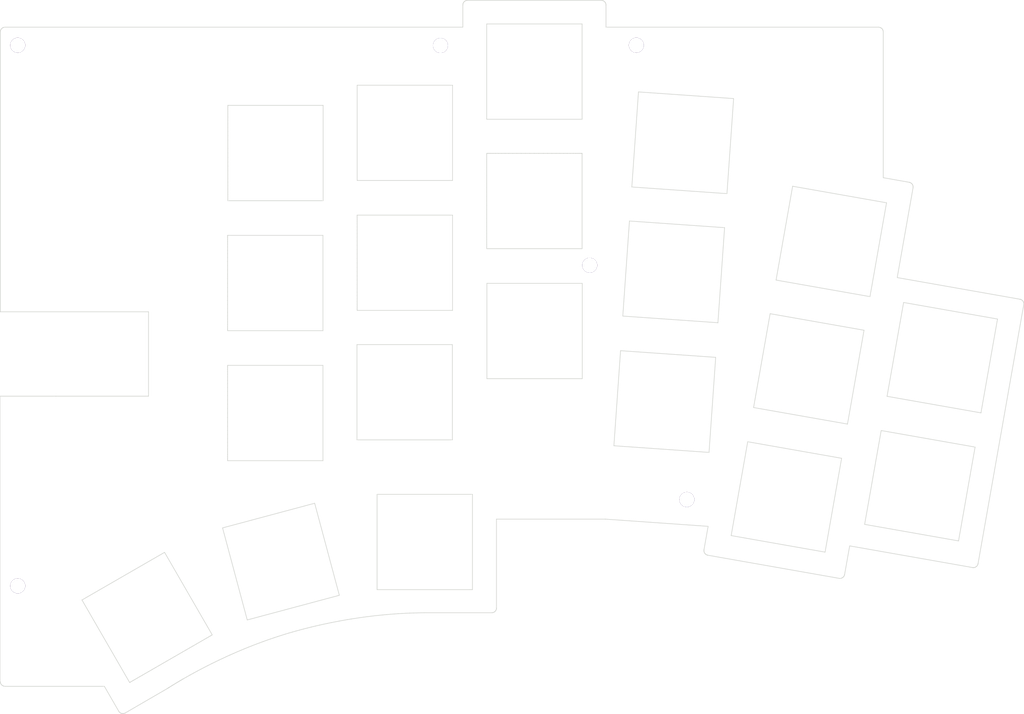
<source format=kicad_pcb>
(kicad_pcb
	(version 20240108)
	(generator "pcbnew")
	(generator_version "8.0")
	(general
		(thickness 1.6)
		(legacy_teardrops no)
	)
	(paper "A4")
	(layers
		(0 "F.Cu" signal)
		(31 "B.Cu" signal)
		(32 "B.Adhes" user "B.Adhesive")
		(33 "F.Adhes" user "F.Adhesive")
		(34 "B.Paste" user)
		(35 "F.Paste" user)
		(36 "B.SilkS" user "B.Silkscreen")
		(37 "F.SilkS" user "F.Silkscreen")
		(38 "B.Mask" user)
		(39 "F.Mask" user)
		(40 "Dwgs.User" user "User.Drawings")
		(41 "Cmts.User" user "User.Comments")
		(42 "Eco1.User" user "User.Eco1")
		(43 "Eco2.User" user "User.Eco2")
		(44 "Edge.Cuts" user)
	)
	(setup
		(pad_to_mask_clearance 0)
		(allow_soldermask_bridges_in_footprints no)
		(pcbplotparams
			(layerselection 0x00010fc_ffffffff)
			(plot_on_all_layers_selection 0x0000000_00000000)
			(disableapertmacros no)
			(usegerberextensions yes)
			(usegerberattributes no)
			(usegerberadvancedattributes no)
			(creategerberjobfile no)
			(dashed_line_dash_ratio 12.000000)
			(dashed_line_gap_ratio 3.000000)
			(svgprecision 4)
			(plotframeref no)
			(viasonmask no)
			(mode 1)
			(useauxorigin no)
			(hpglpennumber 1)
			(hpglpenspeed 20)
			(hpglpendiameter 15.000000)
			(pdf_front_fp_property_popups yes)
			(pdf_back_fp_property_popups yes)
			(dxfpolygonmode yes)
			(dxfimperialunits yes)
			(dxfusepcbnewfont yes)
			(psnegative no)
			(psa4output no)
			(plotreference yes)
			(plotvalue no)
			(plotfptext yes)
			(plotinvisibletext no)
			(sketchpadsonfab no)
			(subtractmaskfromsilk yes)
			(outputformat 1)
			(mirror no)
			(drillshape 0)
			(scaleselection 1)
			(outputdirectory "")
		)
	)
	(net 0 "")
	(gr_circle
		(center 166.38808 80.61025)
		(end 167.48808 80.61025)
		(stroke
			(width 0)
			(type solid)
		)
		(fill solid)
		(layer "B.Mask")
		(uuid "32a12c15-6264-4d1c-b077-523f687390d5")
	)
	(gr_circle
		(center 82.41054 127.71597)
		(end 83.51054 127.71597)
		(stroke
			(width 0)
			(type solid)
		)
		(fill solid)
		(layer "B.Mask")
		(uuid "60e9b1fd-c5c5-4033-840e-1655618fc5c8")
	)
	(gr_circle
		(center 173.23539 48.27863)
		(end 174.33539 48.27863)
		(stroke
			(width 0)
			(type solid)
		)
		(fill solid)
		(layer "B.Mask")
		(uuid "751035c9-36f5-490b-9e3c-c3a4079686f3")
	)
	(gr_circle
		(center 180.64715 115.03028)
		(end 181.74715 115.03028)
		(stroke
			(width 0)
			(type solid)
		)
		(fill solid)
		(layer "B.Mask")
		(uuid "ceeef1c5-01cf-4cde-8f16-43eaec8a751d")
	)
	(gr_circle
		(center 82.41054 48.28568)
		(end 83.51054 48.28568)
		(stroke
			(width 0)
			(type solid)
		)
		(fill solid)
		(layer "B.Mask")
		(uuid "e6c97d48-ef84-42dc-99cd-16869ec46f15")
	)
	(gr_circle
		(center 144.47383 48.32096)
		(end 145.57383 48.32096)
		(stroke
			(width 0)
			(type solid)
		)
		(fill solid)
		(layer "B.Mask")
		(uuid "ea369041-6614-425c-a13d-8ba0cf78a2ec")
	)
	(gr_circle
		(center 173.23539 48.27863)
		(end 174.33539 48.27863)
		(stroke
			(width 0)
			(type solid)
		)
		(fill solid)
		(layer "F.Mask")
		(uuid "24084670-f82f-4801-ae50-007961e4f17d")
	)
	(gr_circle
		(center 180.64715 115.03028)
		(end 181.74715 115.03028)
		(stroke
			(width 0)
			(type solid)
		)
		(fill solid)
		(layer "F.Mask")
		(uuid "36bfc25c-1988-4e53-925a-a872212052e6")
	)
	(gr_circle
		(center 144.47383 48.32096)
		(end 145.57383 48.32096)
		(stroke
			(width 0)
			(type solid)
		)
		(fill solid)
		(layer "F.Mask")
		(uuid "726b850a-8cb6-4b5f-9650-d7d3ed68099a")
	)
	(gr_circle
		(center 82.41054 127.71597)
		(end 83.51054 127.71597)
		(stroke
			(width 0)
			(type solid)
		)
		(fill solid)
		(layer "F.Mask")
		(uuid "7c9d5dbf-c84b-44a3-a5eb-79633a2f563b")
	)
	(gr_circle
		(center 82.41054 48.28568)
		(end 83.51054 48.28568)
		(stroke
			(width 0)
			(type solid)
		)
		(fill solid)
		(layer "F.Mask")
		(uuid "ecf79bf9-1433-4466-821c-2b744765c084")
	)
	(gr_circle
		(center 166.38808 80.61025)
		(end 167.48808 80.61025)
		(stroke
			(width 0)
			(type solid)
		)
		(fill solid)
		(layer "F.Mask")
		(uuid "fde06994-4d2d-4816-88ba-6bde876714b5")
	)
	(gr_line
		(start 153.96765 64.17103)
		(end 154.51544 64.17103)
		(stroke
			(width 0.09)
			(type solid)
		)
		(layer "Edge.Cuts")
		(uuid "001c110e-726f-4241-8c20-a3f92a5418c1")
	)
	(gr_line
		(start 105.66272 141.99832)
		(end 105.75897 141.94032)
		(stroke
			(width 0.09)
			(type solid)
		)
		(layer "Edge.Cuts")
		(uuid "006daf28-310a-4473-99a6-b84ae187e36b")
	)
	(gr_line
		(start 113.25305 57.27632)
		(end 113.25305 57.15924)
		(stroke
			(width 0.09)
			(type solid)
		)
		(layer "Edge.Cuts")
		(uuid "009a5d9f-d972-433f-8793-784d2d6494e0")
	)
	(gr_line
		(start 152.59967 131.33046)
		(end 152.64569 131.24018)
		(stroke
			(width 0.09)
			(type solid)
		)
		(layer "Edge.Cuts")
		(uuid "00cc2678-09fe-4a5e-8058-57fe56b5ea78")
	)
	(gr_line
		(start 113.22483 76.25843)
		(end 113.22483 76.21827)
		(stroke
			(width 0.09)
			(type solid)
		)
		(layer "Edge.Cuts")
		(uuid "00efe1ff-b96a-4477-9659-39c75656c10b")
	)
	(gr_line
		(start 113.22483 95.35762)
		(end 113.22483 95.31746)
		(stroke
			(width 0.09)
			(type solid)
		)
		(layer "Edge.Cuts")
		(uuid "0105abd8-27c9-47a3-bc6a-f294449e7544")
	)
	(gr_line
		(start 104.99025 142.41128)
		(end 105.08621 142.35154)
		(stroke
			(width 0.09)
			(type solid)
		)
		(layer "Edge.Cuts")
		(uuid "01b7aaf2-20a9-4f3c-a2e1-afccac9d52f7")
	)
	(gr_line
		(start 135.41083 132.04273)
		(end 135.98547 131.98477)
		(stroke
			(width 0.09)
			(type solid)
		)
		(layer "Edge.Cuts")
		(uuid "01d6b4f6-1683-41fc-860c-b9d4bf764bee")
	)
	(gr_line
		(start 152.98487 64.17103)
		(end 153.45575 64.17103)
		(stroke
			(width 0.09)
			(type solid)
		)
		(layer "Edge.Cuts")
		(uuid "01dec98b-43a1-4613-825a-6121b8559b49")
	)
	(gr_line
		(start 148.15255 41.75077)
		(end 148.06483 41.80129)
		(stroke
			(width 0.09)
			(type solid)
		)
		(layer "Edge.Cuts")
		(uuid "02291695-93ac-4ba0-bc3d-2bbab7ad9b36")
	)
	(gr_line
		(start 187.15569 120.32563)
		(end 189.58631 106.53922)
		(stroke
			(width 0.09)
			(type solid)
		)
		(layer "Edge.Cuts")
		(uuid "027d16dd-b9cb-4ce9-84e9-4fc7ee954ad7")
	)
	(gr_line
		(start 158.92427 64.17103)
		(end 159.57461 64.17103)
		(stroke
			(width 0.09)
			(type solid)
		)
		(layer "Edge.Cuts")
		(uuid "028c3e16-4b60-4d56-b153-b97c9ab5959a")
	)
	(gr_line
		(start 79.92148 142.07458)
		(end 79.97201 142.1623)
		(stroke
			(width 0.09)
			(type solid)
		)
		(layer "Edge.Cuts")
		(uuid "04b59363-4477-4969-aa4d-a66bb6913c8c")
	)
	(gr_line
		(start 168.77162 42.27327)
		(end 168.74818 42.17161)
		(stroke
			(width 0.09)
			(type solid)
		)
		(layer "Edge.Cuts")
		(uuid "052e6774-24a3-4bd3-b158-a2a04c10133c")
	)
	(gr_line
		(start 127.86623 133.23073)
		(end 128.44841 133.11093)
		(stroke
			(width 0.09)
			(type solid)
		)
		(layer "Edge.Cuts")
		(uuid "060c67c3-75bb-483d-8665-c71622e8caf0")
	)
	(gr_line
		(start 79.85597 46.2565)
		(end 79.85239 46.32771)
		(stroke
			(width 0.09)
			(type solid)
		)
		(layer "Edge.Cuts")
		(uuid "06a216c2-864e-4e7c-8f38-e6940f247e1e")
	)
	(gr_line
		(start 209.30442 45.85715)
		(end 209.23161 45.78798)
		(stroke
			(width 0.09)
			(type solid)
		)
		(layer "Edge.Cuts")
		(uuid "07079dec-382f-4180-8c7f-5d40425f6b58")
	)
	(gr_line
		(start 146.2198 92.26597)
		(end 146.2198 106.26758)
		(stroke
			(width 0.09)
			(type solid)
		)
		(layer "Edge.Cuts")
		(uuid "0729d897-4a29-4227-83f2-38076e118dec")
	)
	(gr_line
		(start 107.13069 137.12738)
		(end 106.58972 137.43965)
		(stroke
			(width 0.09)
			(type solid)
		)
		(layer "Edge.Cuts")
		(uuid "07541a0d-2dd2-4f5e-bf31-0f74e47649a5")
	)
	(gr_line
		(start 109.84813 135.55875)
		(end 109.48033 135.77106)
		(stroke
			(width 0.09)
			(type solid)
		)
		(layer "Edge.Cuts")
		(uuid "087fb1b0-a692-4b0c-b5b5-6f4911837764")
	)
	(gr_line
		(start 113.22483 106.61942)
		(end 113.22483 106.07162)
		(stroke
			(width 0.09)
			(type solid)
		)
		(layer "Edge.Cuts")
		(uuid "088101bd-9788-4103-a9ad-3d5a943ae79c")
	)
	(gr_line
		(start 113.25305 60.36652)
		(end 113.25305 59.81872)
		(stroke
			(width 0.09)
			(type solid)
		)
		(layer "Edge.Cuts")
		(uuid "08f915b4-a488-422b-84d0-312e29eb33dc")
	)
	(gr_line
		(start 203.8137 126.04057)
		(end 204.55453 121.83903)
		(stroke
			(width 0.09)
			(type solid)
		)
		(layer "Edge.Cuts")
		(uuid "09800331-5f16-4d53-90a0-81e9e054b132")
	)
	(gr_line
		(start 116.10699 132.71859)
		(end 116.10699 132.71859)
		(stroke
			(width 0.09)
			(type solid)
		)
		(layer "Edge.Cuts")
		(uuid "0980ad0b-c653-4733-80d7-71d057f8afd2")
	)
	(gr_line
		(start 121.13522 134.98019)
		(end 121.67171 134.81304)
		(stroke
			(width 0.09)
			(type solid)
		)
		(layer "Edge.Cuts")
		(uuid "0996dbe2-d014-4e1a-9d75-a5c083f022d2")
	)
	(gr_line
		(start 113.25305 58.83595)
		(end 113.25305 58.41121)
		(stroke
			(width 0.09)
			(type solid)
		)
		(layer "Edge.Cuts")
		(uuid "099c0953-1e58-48ae-8172-4f25407e562c")
	)
	(gr_line
		(start 229.54505 85.59501)
		(end 229.54505 85.59501)
		(stroke
			(width 0.09)
			(type solid)
		)
		(layer "Edge.Cuts")
		(uuid "0b3fcdcc-8300-4d46-966e-52f0ed15eee1")
	)
	(gr_line
		(start 113.25305 65.42569)
		(end 113.25305 64.77535)
		(stroke
			(width 0.09)
			(type solid)
		)
		(layer "Edge.Cuts")
		(uuid "0bc75b85-2040-477a-ba12-b163e287d51c")
	)
	(gr_line
		(start 172.22277 74.10868)
		(end 186.1891 75.08587)
		(stroke
			(width 0.09)
			(type solid)
		)
		(layer "Edge.Cuts")
		(uuid "0d35838c-60d6-44c3-8050-37cd0bb7986b")
	)
	(gr_line
		(start 113.22483 84.52488)
		(end 113.22483 83.87454)
		(stroke
			(width 0.09)
			(type solid)
		)
		(layer "Edge.Cuts")
		(uuid "0d7d6ad0-0c48-44c8-bf6a-cc2c79c8439c")
	)
	(gr_line
		(start 133.67965 132.24544)
		(end 134.25781 132.17307)
		(stroke
			(width 0.09)
			(type solid)
		)
		(layer "Edge.Cuts")
		(uuid "0de54056-20ff-4bdd-849d-90c2629729c3")
	)
	(gr_line
		(start 113.22483 76.21827)
		(end 127.22291 76.21827)
		(stroke
			(width 0.09)
			(type solid)
		)
		(layer "Edge.Cuts")
		(uuid "0de8bd5c-4485-4ac1-9ce9-59ab245e4f0e")
	)
	(gr_line
		(start 113.22483 80.04427)
		(end 113.22483 79.46571)
		(stroke
			(width 0.09)
			(type solid)
		)
		(layer "Edge.Cuts")
		(uuid "0df69a78-1add-446d-be49-b22b9e8b02ce")
	)
	(gr_line
		(start 129.62883 129.09559)
		(end 116.10699 132.71859)
		(stroke
			(width 0.09)
			(type solid)
		)
		(layer "Edge.Cuts")
		(uuid "0ef2a6dd-f8f4-4273-9139-c2599105e80d")
	)
	(gr_line
		(start 130.19525 132.77979)
		(end 130.77724 132.67885)
		(stroke
			(width 0.09)
			(type solid)
		)
		(layer "Edge.Cuts")
		(uuid "0f255b16-ef30-4869-8878-f7dbc0044d5f")
	)
	(gr_line
		(start 107.18716 141.106)
		(end 107.70982 140.81232)
		(stroke
			(width 0.09)
			(type solid)
		)
		(layer "Edge.Cuts")
		(uuid "0f632e06-2e07-4e2f-a704-a7ef32951507")
	)
	(gr_line
		(start 223.38727 124.52298)
		(end 223.40325 124.45308)
		(stroke
			(width 0.09)
			(type solid)
		)
		(layer "Edge.Cuts")
		(uuid "10499bc7-702a-4df5-9f4d-ea4080bff227")
	)
	(gr_line
		(start 160.2147 64.17103)
		(end 160.83941 64.17103)
		(stroke
			(width 0.09)
			(type solid)
		)
		(layer "Edge.Cuts")
		(uuid "104d3709-b29e-4336-a8c1-38e80ad7f2b1")
	)
	(gr_line
		(start 80.27952 142.41469)
		(end 80.37673 142.44741)
		(stroke
			(width 0.09)
			(type solid)
		)
		(layer "Edge.Cuts")
		(uuid "10fe20e4-bfe0-4beb-9181-97019711410b")
	)
	(gr_line
		(start 104.70247 142.59198)
		(end 104.79838 142.53149)
		(stroke
			(width 0.09)
			(type solid)
		)
		(layer "Edge.Cuts")
		(uuid "11085ad0-9b6c-4bc4-8bb7-7fe1223fdbd6")
	)
	(gr_line
		(start 168.5978 41.90961)
		(end 168.52499 41.84044)
		(stroke
			(width 0.09)
			(type solid)
		)
		(layer "Edge.Cuts")
		(uuid "11d9cc55-ee81-4079-be23-1109169a611f")
	)
	(gr_line
		(start 151.42524 64.17103)
		(end 151.6141 64.17103)
		(stroke
			(width 0.09)
			(type solid)
		)
		(layer "Edge.Cuts")
		(uuid "12f40b85-e02b-417b-a097-90985d37b44f")
	)
	(gr_line
		(start 113.22483 82.5636)
		(end 113.22483 81.91325)
		(stroke
			(width 0.09)
			(type solid)
		)
		(layer "Edge.Cuts")
		(uuid "13057bb1-c175-46ba-be08-daa4781abdee")
	)
	(gr_line
		(start 222.59187 125.02105)
		(end 222.69833 125.0316)
		(stroke
			(width 0.09)
			(type solid)
		)
		(layer "Edge.Cuts")
		(uuid "130cc280-cd19-499d-b04f-84ede01b2978")
	)
	(gr_line
		(start 113.22483 88.92773)
		(end 113.22483 88.503)
		(stroke
			(width 0.09)
			(type solid)
		)
		(layer "Edge.Cuts")
		(uuid "135ed97a-5a2d-4c6a-9f3a-d918f906caa2")
	)
	(gr_line
		(start 222.99835 124.97126)
		(end 223.08731 124.92368)
		(stroke
			(width 0.09)
			(type solid)
		)
		(layer "Edge.Cuts")
		(uuid "13ae5701-eeda-4703-9a52-323e7abf7148")
	)
	(gr_line
		(start 132.24641 78.93584)
		(end 132.24641 78.29575)
		(stroke
			(width 0.09)
			(type solid)
		)
		(layer "Edge.Cuts")
		(uuid "14a4410b-c73c-4b53-a433-6011ec7895b5")
	)
	(gr_line
		(start 106.63431 141.42303)
		(end 106.66676 141.40388)
		(stroke
			(width 0.09)
			(type solid)
		)
		(layer "Edge.Cuts")
		(uuid "14ba7a4d-0e7f-4447-81a4-c334edec9f40")
	)
	(gr_line
		(start 113.22483 109.16182)
		(end 113.22483 108.97296)
		(stroke
			(width 0.09)
			(type solid)
		)
		(layer "Edge.Cuts")
		(uuid "14ccf76d-482d-4c40-98f9-e7fefc66902f")
	)
	(gr_line
		(start 183.18114 122.71102)
		(end 183.21563 122.80642)
		(stroke
			(width 0.09)
			(type solid)
		)
		(layer "Edge.Cuts")
		(uuid "1536ed6e-c11a-4b7c-8c6b-b54660e95606")
	)
	(gr_line
		(start 132.24641 86.89635)
		(end 132.24641 86.64083)
		(stroke
			(width 0.09)
			(type solid)
		)
		(layer "Edge.Cuts")
		(uuid "153edc17-8f25-41b6-8941-11fcc725205f")
	)
	(gr_line
		(start 113.22483 108.40038)
		(end 113.22483 108.02693)
		(stroke
			(width 0.09)
			(type solid)
		)
		(layer "Edge.Cuts")
		(uuid "15415b0d-6377-45a8-88d0-6f2a85a88539")
	)
	(gr_line
		(start 113.22483 85.78968)
		(end 113.22483 85.16497)
		(stroke
			(width 0.09)
			(type solid)
		)
		(layer "Edge.Cuts")
		(uuid "15774686-1316-421c-b67d-a528e1a146fc")
	)
	(gr_line
		(start 147.98582 41.86357)
		(end 147.91664 41.93638)
		(stroke
			(width 0.09)
			(type solid)
		)
		(layer "Edge.Cuts")
		(uuid "158d197f-92e9-4843-80dd-183f78773e84")
	)
	(gr_line
		(start 113.25305 58.41121)
		(end 113.25305 58.03776)
		(stroke
			(width 0.09)
			(type solid)
		)
		(layer "Edge.Cuts")
		(uuid "15c9a421-acb8-49ce-970d-00774448e524")
	)
	(gr_line
		(start 113.25305 62.81406)
		(end 113.25305 62.17397)
		(stroke
			(width 0.09)
			(type solid)
		)
		(layer "Edge.Cuts")
		(uuid "15ca1a7d-0886-40de-88f9-74b42cfcaa40")
	)
	(gr_line
		(start 203.4088 126.55874)
		(end 203.49776 126.51116)
		(stroke
			(width 0.09)
			(type solid)
		)
		(layer "Edge.Cuts")
		(uuid "16df7944-6d95-47da-ac37-948d7e633ccc")
	)
	(gr_line
		(start 229.95593 85.8298)
		(end 229.88504 85.75785)
		(stroke
			(width 0.09)
			(type solid)
		)
		(layer "Edge.Cuts")
		(uuid "170eae0c-160b-4358-98cd-6c8504903b1a")
	)
	(gr_line
		(start 99.14194 141.73887)
		(end 98.97839 141.83328)
		(stroke
			(width 0.09)
			(type solid)
		)
		(layer "Edge.Cuts")
		(uuid "171c81da-576b-4e35-b626-a88806de448f")
	)
	(gr_line
		(start 107.70982 140.81232)
		(end 108.2346 140.5229)
		(stroke
			(width 0.09)
			(type solid)
		)
		(layer "Edge.Cuts")
		(uuid "176888c3-8de1-4366-b693-441eb99b290c")
	)
	(gr_line
		(start 132.24641 73.58696)
		(end 132.24641 73.3981)
		(stroke
			(width 0.09)
			(type solid)
		)
		(layer "Edge.Cuts")
		(uuid "18251b40-e49f-4454-a162-888c1703ce0d")
	)
	(gr_line
		(start 125.54117 133.75677)
		(end 126.12165 133.61825)
		(stroke
			(width 0.09)
			(type solid)
		)
		(layer "Edge.Cuts")
		(uuid "1881a7f9-cd09-4c28-a133-395d2dae572a")
	)
	(gr_line
		(start 146.2198 106.26758)
		(end 132.21819 106.26758)
		(stroke
			(width 0.09)
			(type solid)
		)
		(layer "Edge.Cuts")
		(uuid "18f72b84-fab6-4fce-a5ac-971d76f7906d")
	)
	(gr_line
		(start 101.65438 140.28857)
		(end 101.18002 140.56239)
		(stroke
			(width 0.09)
			(type solid)
		)
		(layer "Edge.Cuts")
		(uuid "192b3fad-27e0-4867-aa2b-6b830e1ae6cc")
	)
	(gr_line
		(start 168.77969 42.38017)
		(end 168.77162 42.27327)
		(stroke
			(width 0.09)
			(type solid)
		)
		(layer "Edge.Cuts")
		(uuid "19ba2614-3d7f-425e-82a1-c74c1b25dc02")
	)
	(gr_line
		(start 186.1891 75.08587)
		(end 185.21192 89.0522)
		(stroke
			(width 0.09)
			(type solid)
		)
		(layer "Edge.Cuts")
		(uuid "1a2e6d9e-47d0-4df4-993a-d88b2711f0ad")
	)
	(gr_line
		(start 151.26799 73.74245)
		(end 151.26799 73.11774)
		(stroke
			(width 0.09)
			(type solid)
		)
		(layer "Edge.Cuts")
		(uuid "1a592990-b7ec-420d-8ea6-9bf3e7757768")
	)
	(gr_line
		(start 109.07256 136.00644)
		(end 108.62928 136.26233)
		(stroke
			(width 0.09)
			(type solid)
		)
		(layer "Edge.Cuts")
		(uuid "1a7525dd-726f-4c8b-98c0-5fe471a0b1e5")
	)
	(gr_line
		(start 113.22483 96.6096)
		(end 113.22483 96.23614)
		(stroke
			(width 0.09)
			(type solid)
		)
		(layer "Edge.Cuts")
		(uuid "1a78cc04-9553-4221-b96f-d4e391e9e7a2")
	)
	(gr_line
		(start 124.38249 134.04777)
		(end 124.96141 133.89994)
		(stroke
			(width 0.09)
			(type solid)
		)
		(layer "Edge.Cuts")
		(uuid "1a794b59-89f9-4da1-aa3b-e351a26731d8")
	)
	(gr_line
		(start 105.75897 141.94032)
		(end 105.85528 141.88257)
		(stroke
			(width 0.09)
			(type solid)
		)
		(layer "Edge.Cuts")
		(uuid "1ad38ce7-b976-4e9c-80c0-2e4419d50697")
	)
	(gr_line
		(start 151.29269 83.27024)
		(end 165.29429 83.27024)
		(stroke
			(width 0.09)
			(type solid)
		)
		(layer "Edge.Cuts")
		(uuid "1b0647e7-abbd-4738-84fa-f9c16feb3e5c")
	)
	(gr_line
		(start 132.24641 86.32377)
		(end 132.24641 85.95032)
		(stroke
			(width 0.09)
			(type solid)
		)
		(layer "Edge.Cuts")
		(uuid "1c0e0b50-3a48-465d-bf81-cdc986bf319c")
	)
	(gr_line
		(start 110.17152 135.37207)
		(end 109.84813 135.55875)
		(stroke
			(width 0.09)
			(type solid)
		)
		(layer "Edge.Cuts")
		(uuid "1d09e237-b054-49ca-ae4a-c89031c14600")
	)
	(gr_line
		(start 165.2696 64.17104)
		(end 165.2696 78.17264)
		(stroke
			(width 0.09)
			(type solid)
		)
		(layer "Edge.Cuts")
		(uuid "1f69578e-8baa-407c-bf90-c2deaf9c823f")
	)
	(gr_line
		(start 111.9568 138.62012)
		(end 112.49398 138.36648)
		(stroke
			(width 0.09)
			(type solid)
		)
		(layer "Edge.Cuts")
		(uuid "2023719c-9675-4c7e-80dd-14c4c09664ef")
	)
	(gr_line
		(start 147.81245 42.10881)
		(end 147.77973 42.20602)
		(stroke
			(width 0.09)
			(type solid)
		)
		(layer "Edge.Cuts")
		(uuid "204cf0b9-20f5-412e-a796-c1b66a04b6b4")
	)
	(gr_line
		(start 183.16071 122.61055)
		(end 183.18114 122.71102)
		(stroke
			(width 0.09)
			(type solid)
		)
		(layer "Edge.Cuts")
		(uuid "21d491b3-89ca-4e94-ac0a-d040a48cfb0c")
	)
	(gr_line
		(start 135.17091 128.26658)
		(end 135.17091 114.2685)
		(stroke
			(width 0.09)
			(type solid)
		)
		(layer "Edge.Cuts")
		(uuid "22467bec-523c-4edd-a090-21790814c414")
	)
	(gr_line
		(start 157.61333 64.17103)
		(end 158.2688 64.17103)
		(stroke
			(width 0.09)
			(type solid)
		)
		(layer "Edge.Cuts")
		(uuid "228b4bb2-02ee-422b-905d-26a45999825f")
	)
	(gr_line
		(start 80.34232 45.66073)
		(end 80.24706 45.69831)
		(stroke
			(width 0.09)
			(type solid)
		)
		(layer "Edge.Cuts")
		(uuid "232e98d2-e2e9-4178-887e-6120c70c7c5c")
	)
	(gr_line
		(start 113.25305 68.42103)
		(end 113.25305 67.87324)
		(stroke
			(width 0.09)
			(type solid)
		)
		(layer "Edge.Cuts")
		(uuid "23eeb363-b324-4ec8-b906-6d7e7189cffa")
	)
	(gr_line
		(start 106.30752 141.61332)
		(end 106.38933 141.56553)
		(stroke
			(width 0.09)
			(type solid)
		)
		(layer "Edge.Cuts")
		(uuid "244b5800-7121-40f9-a895-804ebea161ac")
	)
	(gr_line
		(start 132.24641 75.4286)
		(end 132.24641 74.95772)
		(stroke
			(width 0.09)
			(type solid)
		)
		(layer "Edge.Cuts")
		(uuid "24a6627d-fbef-44eb-8202-1fafe913d4d8")
	)
	(gr_line
		(start 151.26799 64.51714)
		(end 151.26799 64.32827)
		(stroke
			(width 0.09)
			(type solid)
		)
		(layer "Edge.Cuts")
		(uuid "258176e5-fb72-4e09-abdf-cf8d63ed1a3c")
	)
	(gr_line
		(start 209.48631 46.32771)
		(end 209.47823 46.22081)
		(stroke
			(width 0.09)
			(type solid)
		)
		(layer "Edge.Cuts")
		(uuid "25d83c64-8b42-4c49-b25d-7ca869b2f1cf")
	)
	(gr_line
		(start 148.34947 41.68975)
		(end 148.24781 41.71318)
		(stroke
			(width 0.09)
			(type solid)
		)
		(layer "Edge.Cuts")
		(uuid "2696a8ee-dda8-45f3-97da-014a3b853892")
	)
	(gr_line
		(start 173.5492 55.14354)
		(end 187.51553 56.12073)
		(stroke
			(width 0.09)
			(type solid)
		)
		(layer "Edge.Cuts")
		(uuid "278c661e-eddd-4e94-b5ec-61bf90342c6d")
	)
	(gr_line
		(start 151.26799 77.25396)
		(end 151.26799 76.8805)
		(stroke
			(width 0.09)
			(type solid)
		)
		(layer "Edge.Cuts")
		(uuid "27c42b80-0d2e-45e3-8e20-475e7e929e50")
	)
	(gr_line
		(start 113.22483 109.31907)
		(end 113.22483 109.16182)
		(stroke
			(width 0.09)
			(type solid)
		)
		(layer "Edge.Cuts")
		(uuid "27caca09-a93d-4c8c-9014-999493ee76df")
	)
	(gr_line
		(start 151.26799 65.8879)
		(end 151.26799 65.46317)
		(stroke
			(width 0.09)
			(type solid)
		)
		(layer "Edge.Cuts")
		(uuid "292e3218-41b0-457a-9e42-ecce687c2151")
	)
	(gr_line
		(start 80.47967 142.46568)
		(end 80.55088 142.46926)
		(stroke
			(width 0.09)
			(type solid)
		)
		(layer "Edge.Cuts")
		(uuid "2995e4bc-ddb6-45d6-8c7b-6f086375e0b6")
	)
	(gr_line
		(start 209.41722 46.02389)
		(end 209.36669 45.93617)
		(stroke
			(width 0.09)
			(type solid)
		)
		(layer "Edge.Cuts")
		(uuid "299ac58d-2360-4e80-858b-934e80164f19")
	)
	(gr_line
		(start 163.55273 64.17103)
		(end 163.97746 64.17103)
		(stroke
			(width 0.09)
			(type solid)
		)
		(layer "Edge.Cuts")
		(uuid "2a69a49f-056f-4aac-88a8-191194528899")
	)
	(gr_line
		(start 113.22483 80.64846)
		(end 113.22483 80.04427)
		(stroke
			(width 0.09)
			(type solid)
		)
		(layer "Edge.Cuts")
		(uuid "2bbb6165-323e-464d-8c5c-427ec5e0c171")
	)
	(gr_line
		(start 113.22483 90.06263)
		(end 113.22483 89.87376)
		(stroke
			(width 0.09)
			(type solid)
		)
		(layer "Edge.Cuts")
		(uuid "2c52c0cb-aa2a-4c67-abb1-0dca0c3164c7")
	)
	(gr_line
		(start 113.22483 89.30119)
		(end 113.22483 88.92773)
		(stroke
			(width 0.09)
			(type solid)
		)
		(layer "Edge.Cuts")
		(uuid "2c7a0448-8e0b-4b8f-a4ac-dcf5b807225b")
	)
	(gr_line
		(start 158.2688 64.17103)
		(end 158.92427 64.17103)
		(stroke
			(width 0.09)
			(type solid)
		)
		(layer "Edge.Cuts")
		(uuid "2ce2da6c-8f28-4f81-a1e1-4214aa136999")
	)
	(gr_line
		(start 113.03213 138.11754)
		(end 113.57114 137.87335)
		(stroke
			(width 0.09)
			(type solid)
		)
		(layer "Edge.Cuts")
		(uuid "2d1e45a7-4fa4-4056-b624-c47b86370466")
	)
	(gr_line
		(start 185.21192 89.0522)
		(end 171.24559 88.07501)
		(stroke
			(width 0.09)
			(type solid)
		)
		(layer "Edge.Cuts")
		(uuid "2d2a1c48-fe97-431a-85da-92874fdc1cf5")
	)
	(gr_line
		(start 113.22483 103.62408)
		(end 113.22483 102.97373)
		(stroke
			(width 0.09)
			(type solid)
		)
		(layer "Edge.Cuts")
		(uuid "2da4369d-931e-485c-bbed-5c3dcfd26d90")
	)
	(gr_line
		(start 98.877 141.8918)
		(end 98.84222 141.91188)
		(stroke
			(width 0.09)
			(type solid)
		)
		(layer "Edge.Cuts")
		(uuid "2e8f26ba-e1c8-4d80-a40a-a825d2c33276")
	)
	(gr_line
		(start 208.96196 45.65107)
		(end 208.85903 45.6328)
		(stroke
			(width 0.09)
			(type solid)
		)
		(layer "Edge.Cuts")
		(uuid "2f044bee-3104-4af7-bfaa-923466a50b1a")
	)
	(gr_line
		(start 165.2696 45.1565)
		(end 165.2696 59.15811)
		(stroke
			(width 0.09)
			(type solid)
		)
		(layer "Edge.Cuts")
		(uuid "30f2f428-3c50-4ba2-ace0-fb403beccf39")
	)
	(gr_line
		(start 152.47232 131.48542)
		(end 152.54149 131.41261)
		(stroke
			(width 0.09)
			(type solid)
		)
		(layer "Edge.Cuts")
		(uuid "3146f96c-1d88-4d89-9086-fa56e5bc6025")
	)
	(gr_line
		(start 164.66797 64.17103)
		(end 164.92349 64.17103)
		(stroke
			(width 0.09)
			(type solid)
		)
		(layer "Edge.Cuts")
		(uuid "315621cd-8a0f-4873-9332-99fc3172b10c")
	)
	(gr_line
		(start 113.25305 62.17397)
		(end 113.25305 61.54927)
		(stroke
			(width 0.09)
			(type solid)
		)
		(layer "Edge.Cuts")
		(uuid "317a117a-5755-4c1a-849b-d8a3b966b1c8")
	)
	(gr_line
		(start 151.26799 65.46317)
		(end 151.26799 65.08972)
		(stroke
			(width 0.09)
			(type solid)
		)
		(layer "Edge.Cuts")
		(uuid "31eeb6b2-97dd-44d6-83ab-6dd972cd5d76")
	)
	(gr_line
		(start 165.11236 64.17103)
		(end 165.22944 64.17103)
		(stroke
			(width 0.09)
			(type solid)
		)
		(layer "Edge.Cuts")
		(uuid "3209f3bb-5355-463a-aba9-c240c43a10ab")
	)
	(gr_line
		(start 137.13041 131.88332)
		(end 137.70047 131.83984)
		(stroke
			(width 0.09)
			(type solid)
		)
		(layer "Edge.Cuts")
		(uuid "3210d20a-87bb-4e44-857a-42e40ce3496f")
	)
	(gr_line
		(start 230.11301 86.40639)
		(end 230.12355 86.29993)
		(stroke
			(width 0.09)
			(type solid)
		)
		(layer "Edge.Cuts")
		(uuid "32209679-e2d2-457f-8d5c-84a68f2b3d97")
	)
	(gr_line
		(start 117.89852 136.09644)
		(end 118.43945 135.89715)
		(stroke
			(width 0.09)
			(type solid)
		)
		(layer "Edge.Cuts")
		(uuid "323c52a1-0f9b-4c9d-93fb-5b3de15de7ca")
	)
	(gr_line
		(start 113.22483 89.61824)
		(end 113.22483 89.30119)
		(stroke
			(width 0.09)
			(type solid)
		)
		(layer "Edge.Cuts")
		(uuid "32d4dc05-7d1f-461c-bb04-47506ec2365c")
	)
	(gr_line
		(start 104.41606 142.77265)
		(end 104.49196 142.72304)
		(stroke
			(width 0.09)
			(type solid)
		)
		(layer "Edge.Cuts")
		(uuid "3395a811-d1eb-4899-a6ea-8d7e3f1ba5cd")
	)
	(gr_line
		(start 132.24641 74.95772)
		(end 132.24641 74.53299)
		(stroke
			(width 0.09)
			(type solid)
		)
		(layer "Edge.Cuts")
		(uuid "33a2cd95-8318-47bf-8091-aeaa3dbb8687")
	)
	(gr_line
		(start 98.84222 141.91188)
		(end 91.84318 129.78703)
		(stroke
			(width 0.09)
			(type solid)
		)
		(layer "Edge.Cuts")
		(uuid "33a4f68d-9084-4a4a-94ae-3ff939ed38ac")
	)
	(gr_line
		(start 99.63777 141.45265)
		(end 99.36321 141.61114)
		(stroke
			(width 0.09)
			(type solid)
		)
		(layer "Edge.Cuts")
		(uuid "33a80a0c-b799-4347-b912-3f06568bae22")
	)
	(gr_line
		(start 80.24706 45.69831)
		(end 80.15934 45.74884)
		(stroke
			(width 0.09)
			(type solid)
		)
		(layer "Edge.Cuts")
		(uuid "341183e0-811e-4ccc-b7e8-9057c06f0149")
	)
	(gr_line
		(start 117.3573 136.30092)
		(end 117.89852 136.09644)
		(stroke
			(width 0.09)
			(type solid)
		)
		(layer "Edge.Cuts")
		(uuid "3495973b-c628-47ae-b7fa-2e89fb649dbc")
	)
	(gr_line
		(start 208.78782 45.62922)
		(end 168.77969 45.62922)
		(stroke
			(width 0.09)
			(type solid)
		)
		(layer "Edge.Cuts")
		(uuid "35c0bb82-705c-40bc-9206-b5063d2dee32")
	)
	(gr_line
		(start 113.22483 79.46571)
		(end 113.22483 78.91792)
		(stroke
			(width 0.09)
			(type solid)
		)
		(layer "Edge.Cuts")
		(uuid "35efaac0-5651-44f5-9802-60496e69262d")
	)
	(gr_line
		(start 113.25305 57.11907)
		(end 127.25113 57.11907)
		(stroke
			(width 0.09)
			(type solid)
		)
		(layer "Edge.Cuts")
		(uuid "367ad1ea-1804-4d4f-9fea-e3cddcf015e6")
	)
	(gr_line
		(start 128.44841 133.11093)
		(end 129.03072 132.99584)
		(stroke
			(width 0.09)
			(type solid)
		)
		(layer "Edge.Cuts")
		(uuid "36da061f-3657-409b-a4e7-6b24721efd54")
	)
	(gr_line
		(start 151.26799 64.2112)
		(end 151.26799 64.17103)
		(stroke
			(width 0.09)
			(type solid)
		)
		(layer "Edge.Cuts")
		(uuid "36ec94fe-b604-4d6a-a569-cde6ef706306")
	)
	(gr_line
		(start 190.44708 101.51218)
		(end 192.8777 87.72577)
		(stroke
			(width 0.09)
			(type solid)
		)
		(layer "Edge.Cuts")
		(uuid "38635394-296e-43db-b15d-a47b48371733")
	)
	(gr_line
		(start 119.51992 135.51432)
		(end 120.0592 135.33087)
		(stroke
			(width 0.09)
			(type solid)
		)
		(layer "Edge.Cuts")
		(uuid "38c62c4d-f83a-4aa8-aafe-b3e7e5e05a09")
	)
	(gr_line
		(start 109.29002 139.957)
		(end 109.8204 139.68063)
		(stroke
			(width 0.09)
			(type solid)
		)
		(layer "Edge.Cuts")
		(uuid "39e12533-cc60-442a-9653-4e6673868abc")
	)
	(gr_line
		(start 187.51553 56.12073)
		(end 186.53835 70.08706)
		(stroke
			(width 0.09)
			(type solid)
		)
		(layer "Edge.Cuts")
		(uuid "39eca103-e55e-46da-948f-840368c8fd9b")
	)
	(gr_line
		(start 113.25305 61.54927)
		(end 113.25305 60.94507)
		(stroke
			(width 0.09)
			(type solid)
		)
		(layer "Edge.Cuts")
		(uuid "3a21f2c5-ed0f-407b-824d-3330418429d4")
	)
	(gr_line
		(start 108.15491 136.53615)
		(end 107.6539 136.82536)
		(stroke
			(width 0.09)
			(type solid)
		)
		(layer "Edge.Cuts")
		(uuid "3a96296c-bf57-4e57-baec-8dd825be7750")
	)
	(gr_line
		(start 105.47038 142.11507)
		(end 105.56652 142.05657)
		(stroke
			(width 0.09)
			(type solid)
		)
		(layer "Edge.Cuts")
		(uuid "3c3d48f7-053a-4087-9656-3d2cbe6933c6")
	)
	(gr_line
		(start 113.22483 76.56437)
		(end 113.22483 76.37551)
		(stroke
			(width 0.09)
			(type solid)
		)
		(layer "Edge.Cuts")
		(uuid "3c5ccfa4-fbe1-4c0b-ac85-9aaa4423c986")
	)
	(gr_line
		(start 213.81092 68.82333)
		(end 213.76334 68.73436)
		(stroke
			(width 0.09)
			(type solid)
		)
		(layer "Edge.Cuts")
		(uuid "3c8df7ad-86e6-463f-a833-fc8331deb854")
	)
	(gr_line
		(start 183.7338 123.21132)
		(end 203.00232 126.60853)
		(stroke
			(width 0.09)
			(type solid)
		)
		(layer "Edge.Cuts")
		(uuid "405e4868-484a-40b8-975f-a9696cf7a3c0")
	)
	(gr_line
		(start 127.25113 71.12068)
		(end 113.25305 71.12068)
		(stroke
			(width 0.09)
			(type solid)
		)
		(layer "Edge.Cuts")
		(uuid "40ec2a10-4ccc-4d5a-9d20-de1a7af48179")
	)
	(gr_line
		(start 146.24802 73.24085)
		(end 146.24802 87.24246)
		(stroke
			(width 0.09)
			(type solid)
		)
		(layer "Edge.Cuts")
		(uuid "410d8350-7112-4230-8072-b95c92fd9fe7")
	)
	(gr_line
		(start 209.18291 104.89176)
		(end 222.96933 107.32238)
		(stroke
			(width 0.09)
			(type solid)
		)
		(layer "Edge.Cuts")
		(uuid "4201df44-0ad6-484d-bdc6-511655f13136")
	)
	(gr_line
		(start 113.22483 97.03433)
		(end 113.22483 96.6096)
		(stroke
			(width 0.09)
			(type solid)
		)
		(layer "Edge.Cuts")
		(uuid "4274b13e-7974-4414-8e63-0481b2a6a5be")
	)
	(gr_line
		(start 148.06483 41.80129)
		(end 147.98582 41.86357)
		(stroke
			(width 0.09)
			(type solid)
		)
		(layer "Edge.Cuts")
		(uuid "4286b096-9574-47a9-8d37-e8a8b7da5376")
	)
	(gr_line
		(start 183.26321 122.89538)
		(end 183.32292 122.97652)
		(stroke
			(width 0.09)
			(type solid)
		)
		(layer "Edge.Cuts")
		(uuid "444e12f3-8fe3-4a80-bbb0-f78853977faa")
	)
	(gr_line
		(start 204.55453 121.83903)
		(end 222.59187 125.02105)
		(stroke
			(width 0.09)
			(type solid)
		)
		(layer "Edge.Cuts")
		(uuid "44dace4b-2b78-4389-b577-8f60bea9bb34")
	)
	(gr_line
		(start 101.6115 87.44354)
		(end 79.85239 87.44354)
		(stroke
			(width 0.09)
			(type solid)
		)
		(layer "Edge.Cuts")
		(uuid "4538d785-41eb-47a4-b406-9a64dd691fa4")
	)
	(gr_line
		(start 151.26799 74.34664)
		(end 151.26799 73.74245)
		(stroke
			(width 0.09)
			(type solid)
		)
		(layer "Edge.Cuts")
		(uuid "4550f38b-73e7-4ca2-8069-cbb42476fff1")
	)
	(gr_line
		(start 213.29275 68.41843)
		(end 209.48631 67.74463)
		(stroke
			(width 0.09)
			(type solid)
		)
		(layer "Edge.Cuts")
		(uuid "45cc6df6-2041-4142-90ac-246b1be5ea7c")
	)
	(gr_line
		(start 80.01115 45.88392)
		(end 79.95298 45.96607)
		(stroke
			(width 0.09)
			(type solid)
		)
		(layer "Edge.Cuts")
		(uuid "46816aa0-dc3e-48f7-a64e-3cc78ede0713")
	)
	(gr_line
		(start 183.3938 123.04847)
		(end 183.4749 123.10984)
		(stroke
			(width 0.09)
			(type solid)
		)
		(layer "Edge.Cuts")
		(uuid "47ef6437-dabe-47d9-b3cb-677f9927afb2")
	)
	(gr_line
		(start 113.22483 99.74766)
		(end 113.22483 99.14346)
		(stroke
			(width 0.09)
			(type solid)
		)
		(layer "Edge.Cuts")
		(uuid "48bfc312-0a75-4080-985c-6f43cec54416")
	)
	(gr_line
		(start 152.64569 131.24018)
		(end 152.67841 131.14297)
		(stroke
			(width 0.09)
			(type solid)
		)
		(layer "Edge.Cuts")
		(uuid "498f30cd-0c10-4211-839e-bbe79b0113e3")
	)
	(gr_line
		(start 131.94006 132.49121)
		(end 132.52066 132.40452)
		(stroke
			(width 0.09)
			(type solid)
		)
		(layer "Edge.Cuts")
		(uuid "49dc4e26-54c5-4fa2-b3c9-fd2a4a08eb82")
	)
	(gr_line
		(start 229.54505 85.59501)
		(end 229.54153 85.59853)
		(stroke
			(width 0.09)
			(type solid)
		)
		(layer "Edge.Cuts")
		(uuid "4b3af37b-da3a-4d57-afa1-668e4542bc4f")
	)
	(gr_line
		(start 132.24641 82.18756)
		(end 132.24641 81.54747)
		(stroke
			(width 0.09)
			(type solid)
		)
		(layer "Edge.Cuts")
		(uuid "4bdfbf40-587a-40ac-a6e2-0c47e343a337")
	)
	(gr_line
		(start 230.0977 86.09531)
		(end 230.06321 85.9999)
		(stroke
			(width 0.09)
			(type solid)
		)
		(layer "Edge.Cuts")
		(uuid "4be0b0df-7bcc-4e20-a4cf-c0592739989d")
	)
	(gr_line
		(start 112.484 119.19675)
		(end 126.00584 115.57376)
		(stroke
			(width 0.09)
			(type solid)
		)
		(layer "Edge.Cuts")
		(uuid "4be13964-4434-4bd7-ba77-e99091a66816")
	)
	(gr_line
		(start 80.18924 142.36867)
		(end 80.27952 142.41469)
		(stroke
			(width 0.09)
			(type solid)
		)
		(layer "Edge.Cuts")
		(uuid "4c4e2aba-243d-4ccb-8ec6-8984dcf15c6d")
	)
	(gr_line
		(start 139.39961 131.73854)
		(end 139.96191 131.71451)
		(stroke
			(width 0.09)
			(type solid)
		)
		(layer "Edge.Cuts")
		(uuid "4c5d4ff2-cc6f-48d2-9fd3-88c31b94b4c3")
	)
	(gr_line
		(start 184.88383 94.1392)
		(end 183.90665 108.10553)
		(stroke
			(width 0.09)
			(type solid)
		)
		(layer "Edge.Cuts")
		(uuid "4ce816d1-0f9e-4f53-8365-ba7151aa749d")
	)
	(gr_line
		(start 135.17091 114.2685)
		(end 149.16899 114.2685)
		(stroke
			(width 0.09)
			(type solid)
		)
		(layer "Edge.Cuts")
		(uuid "4d2cb149-4d4f-4a9f-9887-e2fb2609a008")
	)
	(gr_line
		(start 113.22483 77.51041)
		(end 113.22483 77.13695)
		(stroke
			(width 0.09)
			(type solid)
		)
		(layer "Edge.Cuts")
		(uuid "4d508865-6de1-42aa-8161-22b26a89a769")
	)
	(gr_line
		(start 98.20017 146.38505)
		(end 104.41606 142.77265)
		(stroke
			(width 0.09)
			(type solid)
		)
		(layer "Edge.Cuts")
		(uuid "4e119da7-057c-4a12-9e35-be2e24aed7e0")
	)
	(gr_line
		(start 229.80395 85.69648)
		(end 229.7136 85.64707)
		(stroke
			(width 0.09)
			(type solid)
		)
		(layer "Edge.Cuts")
		(uuid "4f7229e2-f649-4f8d-bbc5-26e0f2d0a4ac")
	)
	(gr_line
		(start 146.24802 87.24246)
		(end 132.24641 87.24246)
		(stroke
			(width 0.09)
			(type solid)
		)
		(layer "Edge.Cuts")
		(uuid "4f8c97e9-859b-4729-8d0a-6aa77dc3e11c")
	)
	(gr_line
		(start 109.48033 135.77106)
		(end 109.07256 136.00644)
		(stroke
			(width 0.09)
			(type solid)
		)
		(layer "Edge.Cuts")
		(uuid "50d35a5e-81de-4c87-b529-9d7441fb4b80")
	)
	(gr_line
		(start 79.85239 99.84356)
		(end 79.85239 141.77076)
		(stroke
			(width 0.05)
			(type default)
		)
		(layer "Edge.Cuts")
		(uuid "50dc2048-794f-4b74-9e3e-7626b7070c0b")
	)
	(gr_line
		(start 113.25305 71.12068)
		(end 113.25305 70.96343)
		(stroke
			(width 0.09)
			(type solid)
		)
		(layer "Edge.Cuts")
		(uuid "510898d0-06ca-40e7-a497-4be532214e6a")
	)
	(gr_line
		(start 126.70274 133.4844)
		(end 127.2843 133.35522)
		(stroke
			(width 0.09)
			(type solid)
		)
		(layer "Edge.Cuts")
		(uuid "51150589-72af-4bcf-a258-456d835be2fa")
	)
	(gr_line
		(start 135.98547 131.98477)
		(end 136.5587 131.93163)
		(stroke
			(width 0.09)
			(type solid)
		)
		(layer "Edge.Cuts")
		(uuid "51766e99-2191-44eb-b18b-653cad27195c")
	)
	(gr_line
		(start 121.67171 134.81304)
		(end 122.20701 134.65142)
		(stroke
			(width 0.09)
			(type solid)
		)
		(layer "Edge.Cuts")
		(uuid "51fa84f8-0a55-4260-a44e-cbd3128f09e9")
	)
	(gr_line
		(start 114.65119 137.39938)
		(end 115.19199 137.16971)
		(stroke
			(width 0.09)
			(type solid)
		)
		(layer "Edge.Cuts")
		(uuid "527776dc-39ca-4d5c-bb57-b83715f7f560")
	)
	(gr_line
		(start 132.24641 87.08521)
		(end 132.24641 86.89635)
		(stroke
			(width 0.09)
			(type solid)
		)
		(layer "Edge.Cuts")
		(uuid "52b842e3-1b7a-4868-9683-5edb7e859044")
	)
	(gr_line
		(start 113.25305 67.87324)
		(end 113.25305 67.29468)
		(stroke
			(width 0.09)
			(type solid)
		)
		(layer "Edge.Cuts")
		(uuid "537d597c-51fd-4014-bdee-eb74b34e1402")
	)
	(gr_line
		(start 138.83519 131.76745)
		(end 139.39961 131.73854)
		(stroke
			(width 0.09)
			(type solid)
		)
		(layer "Edge.Cuts")
		(uuid "53ba6168-d3ec-46e4-96fa-6e3e9e8b33cd")
	)
	(gr_line
		(start 124.96141 133.89994)
		(end 125.54117 133.75677)
		(stroke
			(width 0.09)
			(type solid)
		)
		(layer "Edge.Cuts")
		(uuid "5443d876-cf90-433e-bb09-327e08ab09f8")
	)
	(gr_line
		(start 106.03543 137.75962)
		(end 105.47226 138.08471)
		(stroke
			(width 0.09)
			(type solid)
		)
		(layer "Edge.Cuts")
		(uuid "5537519e-587f-428b-bf84-19d032e6f278")
	)
	(gr_line
		(start 183.15529 122.5064)
		(end 183.16071 122.61055)
		(stroke
			(width 0.09)
			(type solid)
		)
		(layer "Edge.Cuts")
		(uuid "5664ac9d-54d1-4251-b8fc-9d760eb96309")
	)
	(gr_line
		(start 152.21032 131.6358)
		(end 152.30559 131.59822)
		(stroke
			(width 0.09)
			(type solid)
		)
		(layer "Edge.Cuts")
		(uuid "56cd5dd2-a982-418d-9057-446662b41459")
	)
	(gr_line
		(start 104.60656 142.65271)
		(end 104.70247 142.59198)
		(stroke
			(width 0.09)
			(type solid)
		)
		(layer "Edge.Cuts")
		(uuid "56d7995c-cf45-4d3c-992b-fe38536159de")
	)
	(gr_line
		(start 213.8454 68.91873)
		(end 213.81092 68.82333)
		(stroke
			(width 0.09)
			(type solid)
		)
		(layer "Edge.Cuts")
		(uuid "57448dbf-d710-4df1-a5f9-977bb1881d49")
	)
	(gr_line
		(start 132.24641 77.06685)
		(end 132.24641 76.48829)
		(stroke
			(width 0.09)
			(type solid)
		)
		(layer "Edge.Cuts")
		(uuid "576de9a1-e35b-4a75-9722-8f2a2a5ab00a")
	)
	(gr_line
		(start 229.61495 85.61098)
		(end 229.54505 85.59501)
		(stroke
			(width 0.09)
			(type solid)
		)
		(layer "Edge.Cuts")
		(uuid "578e4a50-eb2f-4aa2-9b1c-022d354fe6ad")
	)
	(gr_line
		(start 208.85903 45.6328)
		(end 208.78782 45.62922)
		(stroke
			(width 0.09)
			(type solid)
		)
		(layer "Edge.Cuts")
		(uuid "579cedc4-34d7-4138-a0de-802afdfbc61d")
	)
	(gr_line
		(start 127.25113 57.11907)
		(end 127.25113 71.12068)
		(stroke
			(width 0.09)
			(type solid)
		)
		(layer "Edge.Cuts")
		(uuid "57a7928e-9d57-4f91-8405-a19f939284e5")
	)
	(gr_line
		(start 113.22483 97.50521)
		(end 113.22483 97.03433)
		(stroke
			(width 0.09)
			(type solid)
		)
		(layer "Edge.Cuts")
		(uuid "589b2bbe-98ff-473c-bc40-918be61a8b25")
	)
	(gr_line
		(start 113.25305 70.51905)
		(end 113.25305 70.20199)
		(stroke
			(width 0.09)
			(type solid)
		)
		(layer "Edge.Cuts")
		(uuid "59dc6c1b-cfe9-4a05-810c-466c45afdfb8")
	)
	(gr_line
		(start 151.26799 64.17103)
		(end 151.42524 64.17103)
		(stroke
			(width 0.09)
			(type solid)
		)
		(layer "Edge.Cuts")
		(uuid "59dd4818-976a-4588-9b6d-03912cfee37b")
	)
	(gr_line
		(start 109.8204 139.68063)
		(end 110.3524 139.4087)
		(stroke
			(width 0.09)
			(type solid)
		)
		(layer "Edge.Cuts")
		(uuid "59ddf459-df43-424c-86c5-1460a04d41dc")
	)
	(gr_line
		(start 220.53871 121.10879)
		(end 206.75229 118.67818)
		(stroke
			(width 0.09)
			(type solid)
		)
		(layer "Edge.Cuts")
		(uuid "59fdee54-598a-47b6-aae4-388b01a3b6ac")
	)
	(gr_line
		(start 113.22483 108.97296)
		(end 113.22483 108.71744)
		(stroke
			(width 0.09)
			(type solid)
		)
		(layer "Edge.Cuts")
		(uuid "5a94133e-233c-448a-83ed-67fcddaf6b26")
	)
	(gr_line
		(start 209.36669 45.93617)
		(end 209.30442 45.85715)
		(stroke
			(width 0.09)
			(type solid)
		)
		(layer "Edge.Cuts")
		(uuid "5aa7aa67-e3bc-441a-bda5-d307fd676967")
	)
	(gr_line
		(start 110.44608 135.21358)
		(end 110.17152 135.37207)
		(stroke
			(width 0.09)
			(type solid)
		)
		(layer "Edge.Cuts")
		(uuid "5adf39a0-d85d-46c5-a2b6-aba2ff200f04")
	)
	(gr_line
		(start 107.6539 136.82536)
		(end 107.13069 137.12738)
		(stroke
			(width 0.09)
			(type solid)
		)
		(layer "Edge.Cuts")
		(uuid "5aec8279-8743-488c-9684-54955204b92c")
	)
	(gr_line
		(start 213.36265 68.4344)
		(end 213.29275 68.41843)
		(stroke
			(width 0.09)
			(type solid)
		)
		(layer "Edge.Cuts")
		(uuid "5b620cf6-c5b3-4d41-8af8-40388ed68292")
	)
	(gr_line
		(start 220.53871 121.10879)
		(end 220.53871 121.10879)
		(stroke
			(width 0.09)
			(type solid)
		)
		(layer "Edge.Cuts")
		(uuid "5b982a9b-dcf0-4dcf-95ab-433e4334133e")
	)
	(gr_line
		(start 155.094 64.17103)
		(end 155.69819 64.17103)
		(stroke
			(width 0.09)
			(type solid)
		)
		(layer "Edge.Cuts")
		(uuid "5c243b77-ccd4-479f-b719-fc236b051e91")
	)
	(gr_line
		(start 79.85239 46.32771)
		(end 79.85239 87.44354)
		(stroke
			(width 0.09)
			(type solid)
		)
		(layer "Edge.Cuts")
		(uuid "5c5512d8-509e-43ab-9bb7-fe6f70ee4e56")
	)
	(gr_line
		(start 183.21563 122.80642)
		(end 183.26321 122.89538)
		(stroke
			(width 0.09)
			(type solid)
		)
		(layer "Edge.Cuts")
		(uuid "5c8a817c-5ace-429d-ab86-c86c175c360a")
	)
	(gr_line
		(start 132.24641 85.05471)
		(end 132.24641 84.54281)
		(stroke
			(width 0.09)
			(type solid)
		)
		(layer "Edge.Cuts")
		(uuid "5cc3cca5-071e-44ce-9c88-a86d566553e4")
	)
	(gr_line
		(start 106.38933 141.56553)
		(end 106.47117 141.51805)
		(stroke
			(width 0.09)
			(type solid)
		)
		(layer "Edge.Cuts")
		(uuid "5d6e4d50-0875-4768-b89f-f1dc16914b44")
	)
	(gr_line
		(start 152.70026 130.96882)
		(end 152.70026 117.90912)
		(stroke
			(width 0.09)
			(type solid)
		)
		(layer "Edge.Cuts")
		(uuid "5e757ff5-2767-4a44-8faf-ef3a858a20a7")
	)
	(gr_line
		(start 113.25305 57.15924)
		(end 113.25305 57.11907)
		(stroke
			(width 0.09)
			(type solid)
		)
		(layer "Edge.Cuts")
		(uuid "5e8e4e87-35c8-4779-b895-f77b3a10e9b5")
	)
	(gr_line
		(start 169.94032 107.12834)
		(end 170.91751 93.16201)
		(stroke
			(width 0.09)
			(type solid)
		)
		(layer "Edge.Cuts")
		(uuid "5f0c7d38-82a3-43da-b261-b0b8d75acb2e")
	)
	(gr_line
		(start 105.08621 142.35154)
		(end 105.1822 142.29205)
		(stroke
			(width 0.09)
			(type solid)
		)
		(layer "Edge.Cuts")
		(uuid "5fc86821-bedf-46da-8592-71708e17d63e")
	)
	(gr_line
		(start 113.22483 89.87376)
		(end 113.22483 89.61824)
		(stroke
			(width 0.09)
			(type solid)
		)
		(layer "Edge.Cuts")
		(uuid "5fe476b8-8482-46f0-ae49-4d52fdae7727")
	)
	(gr_line
		(start 149.16899 114.2685)
		(end 149.16899 128.26658)
		(stroke
			(width 0.09)
			(type solid)
		)
		(layer "Edge.Cuts")
		(uuid "610937ce-81d6-45a2-a76c-eef0bf6e41b0")
	)
	(gr_line
		(start 213.86583 69.0192)
		(end 213.8454 68.91873)
		(stroke
			(width 0.09)
			(type solid)
		)
		(layer "Edge.Cuts")
		(uuid "614eafcc-2ad7-478c-b152-1df3b4f3e2c7")
	)
	(gr_line
		(start 105.56652 142.05657)
		(end 105.66272 141.99832)
		(stroke
			(width 0.09)
			(type solid)
		)
		(layer "Edge.Cuts")
		(uuid "616b92c8-580a-4f0e-a70d-94b31b946d84")
	)
	(gr_line
		(start 113.22483 95.31746)
		(end 127.22291 95.31746)
		(stroke
			(width 0.09)
			(type solid)
		)
		(layer "Edge.Cuts")
		(uuid "619d6fec-b68a-467a-8006-046dd711b4a1")
	)
	(gr_line
		(start 192.8777 87.72577)
		(end 206.66412 90.15638)
		(stroke
			(width 0.09)
			(type solid)
		)
		(layer "Edge.Cuts")
		(uuid "61b2e2c1-3e3f-41e9-b034-fa2b3c080c22")
	)
	(gr_line
		(start 106.47117 141.51805)
		(end 106.55288 141.47063)
		(stroke
			(width 0.09)
			(type solid)
		)
		(layer "Edge.Cuts")
		(uuid "62113e76-8cec-4e81-8a8c-dfe9bb6a1cfd")
	)
	(gr_line
		(start 106.66676 141.40388)
		(end 107.18716 141.106)
		(stroke
			(width 0.09)
			(type solid)
		)
		(layer "Edge.Cuts")
		(uuid "623b933d-40c0-438c-98a3-a41ba20671db")
	)
	(gr_line
		(start 80.15934 45.74884)
		(end 80.08032 45.81111)
		(stroke
			(width 0.09)
			(type solid)
		)
		(layer "Edge.Cuts")
		(uuid "62aa7291-3f8c-4413-a42f-557308fdd60c")
	)
	(gr_line
		(start 113.22483 104.88887)
		(end 113.22483 104.26417)
		(stroke
			(width 0.09)
			(type solid)
		)
		(layer "Edge.Cuts")
		(uuid "62fab25c-8cb1-43fb-8e8e-78f66098fb34")
	)
	(gr_line
		(start 112.49398 138.36648)
		(end 113.03213 138.11754)
		(stroke
			(width 0.09)
			(type solid)
		)
		(layer "Edge.Cuts")
		(uuid "63055314-8161-40b4-9d8a-71b460b455de")
	)
	(gr_line
		(start 101.6115 87.44354)
		(end 101.6115 99.84356)
		(stroke
			(width 0.09)
			(type solid)
		)
		(layer "Edge.Cuts")
		(uuid "632bd0e7-7319-411c-bdcf-94b92fafc422")
	)
	(gr_line
		(start 186.53835 70.08706)
		(end 172.57202 69.10988)
		(stroke
			(width 0.09)
			(type solid)
		)
		(layer "Edge.Cuts")
		(uuid "634f8b23-9aa4-41da-9d49-14c680368d18")
	)
	(gr_line
		(start 203.5789 126.45145)
		(end 203.65085 126.38057)
		(stroke
			(width 0.09)
			(type solid)
		)
		(layer "Edge.Cuts")
		(uuid "63b50ca1-458d-4de3-af7e-ebfa3060f68a")
	)
	(gr_line
		(start 98.03737 146.45502)
		(end 98.1363 146.41844)
		(stroke
			(width 0.09)
			(type solid)
		)
		(layer "Edge.Cuts")
		(uuid "64657d24-3208-4e38-87a0-b50f1b27ffd7")
	)
	(gr_line
		(start 132.24641 77.67105)
		(end 132.24641 77.06685)
		(stroke
			(width 0.09)
			(type solid)
		)
		(layer "Edge.Cuts")
		(uuid "65637b9e-1181-4bd7-be55-a037d8f393fe")
	)
	(gr_line
		(start 98.97839 141.83328)
		(end 98.877 141.8918)
		(stroke
			(width 0.09)
			(type solid)
		)
		(layer "Edge.Cuts")
		(uuid "65bfb4ed-497b-474d-94ff-cf3ee61bff0a")
	)
	(gr_line
		(start 229.7136 85.64707)
		(end 229.61495 85.61098)
		(stroke
			(width 0.09)
			(type solid)
		)
		(layer "Edge.Cuts")
		(uuid "65e4b476-972e-4f16-862e-ceb04b4e0c7e")
	)
	(gr_line
		(start 129.61304 132.88545)
		(end 130.19525 132.77979)
		(stroke
			(width 0.09)
			(type solid)
		)
		(layer "Edge.Cuts")
		(uuid "66172ff8-15f0-4e90-af9a-ccf8e794aa7d")
	)
	(gr_line
		(start 134.8349 132.1055)
		(end 135.41083 132.04273)
		(stroke
			(width 0.09)
			(type solid)
		)
		(layer "Edge.Cuts")
		(uuid "666cf039-4366-4d48-b966-d0c0692426b1")
	)
	(gr_line
		(start 151.26799 65.08972)
		(end 151.26799 64.77266)
		(stroke
			(width 0.09)
			(type solid)
		)
		(layer "Edge.Cuts")
		(uuid "67232606-94f9-43d5-87b5-b70ad183caa6")
	)
	(gr_line
		(start 209.14946 45.72981)
		(end 209.05918 45.68379)
		(stroke
			(width 0.09)
			(type solid)
		)
		(layer "Edge.Cuts")
		(uuid "67cefd00-ccd9-4940-9bd6-e80fd3d37ddb")
	)
	(gr_line
		(start 151.26799 69.22594)
		(end 151.26799 68.60123)
		(stroke
			(width 0.09)
			(type solid)
		)
		(layer "Edge.Cuts")
		(uuid "67dc27a1-f5dd-4c31-b992-ec10c9c0f332")
	)
	(gr_line
		(start 79.97201 142.1623)
		(end 80.03428 142.24132)
		(stroke
			(width 0.09)
			(type solid)
		)
		(layer "Edge.Cuts")
		(uuid "68004a44-5b73-4d7b-8570-85458fcdb2aa")
	)
	(gr_line
		(start 172.57202 69.10987)
		(end 173.5492 55.14354)
		(stroke
			(width 0.09)
			(type solid)
		)
		(layer "Edge.Cuts")
		(uuid "69026f79-4de2-4850-8762-cb08ccbaaf14")
	)
	(gr_line
		(start 102.15539 139.99936)
		(end 101.65438 140.28857)
		(stroke
			(width 0.09)
			(type solid)
		)
		(layer "Edge.Cuts")
		(uuid "691b34d3-495b-4617-836a-2d30f3d36f72")
	)
	(gr_line
		(start 79.86047 141.87766)
		(end 79.8839 141.97932)
		(stroke
			(width 0.09)
			(type solid)
		)
		(layer "Edge.Cuts")
		(uuid "694129bf-0406-4c15-bbc6-8436742d46d6")
	)
	(gr_line
		(start 203.49776 126.51116)
		(end 203.5789 126.45145)
		(stroke
			(width 0.09)
			(type solid)
		)
		(layer "Edge.Cuts")
		(uuid "69a618eb-f076-4369-a7c6-ddbc37766699")
	)
	(gr_line
		(start 79.85239 141.77076)
		(end 79.86047 141.87766)
		(stroke
			(width 0.09)
			(type solid)
		)
		(layer "Edge.Cuts")
		(uuid "69ec2c4d-3dd5-4327-a2e5-9b2b094cf8e0")
	)
	(gr_line
		(start 151.26799 70.51637)
		(end 151.26799 69.86602)
		(stroke
			(width 0.09)
			(type solid)
		)
		(layer "Edge.Cuts")
		(uuid "6a2707b7-8f49-445f-a061-6b516c52af6d")
	)
	(gr_line
		(start 129.03072 132.99584)
		(end 129.61304 132.88545)
		(stroke
			(width 0.09)
			(type solid)
		)
		(layer "Edge.Cuts")
		(uuid "6a40c3ff-f7f7-4b56-8dee-29c412cc80e1")
	)
	(gr_line
		(start 113.22483 98.5649)
		(end 113.22483 98.01711)
		(stroke
			(width 0.09)
			(type solid)
		)
		(layer "Edge.Cuts")
		(uuid "6abdfedd-50cd-474d-84ce-574d6a779683")
	)
	(gr_line
		(start 132.24641 86.64083)
		(end 132.24641 86.32377)
		(stroke
			(width 0.09)
			(type solid)
		)
		(layer "Edge.Cuts")
		(uuid "6ad43931-bae7-4981-802b-0ecde1e1152c")
	)
	(gr_line
		(start 104.49196 142.72304)
		(end 104.51836 142.70915)
		(stroke
			(width 0.09)
			(type solid)
		)
		(layer "Edge.Cuts")
		(uuid "6b0f0d84-0759-4929-a61e-347c51cfe076")
	)
	(gr_line
		(start 132.24641 80.89713)
		(end 132.24641 80.24165)
		(stroke
			(width 0.09)
			(type solid)
		)
		(layer "Edge.Cuts")
		(uuid "6d6d95d4-0077-4d7e-b954-dca4594e98af")
	)
	(gr_line
		(start 226.26072 88.50893)
		(end 223.8301 102.29534)
		(stroke
			(width 0.09)
			(type solid)
		)
		(layer "Edge.Cuts")
		(uuid "6dfa575d-8dac-4bbd-be58-1f7bb92b6702")
	)
	(gr_line
		(start 203.10878 126.61908)
		(end 203.21293 126.61366)
		(stroke
			(width 0.09)
			(type solid)
		)
		(layer "Edge.Cuts")
		(uuid "6f2b7afb-3cb0-4e1f-8dc4-fd9497c67b33")
	)
	(gr_line
		(start 147.75788 45.62922)
		(end 80.55088 45.62922)
		(stroke
			(width 0.09)
			(type solid)
		)
		(layer "Edge.Cuts")
		(uuid "6f4cedb2-9f0e-48c5-89f5-b94639a2da7a")
	)
	(gr_line
		(start 132.24641 73.3981)
		(end 132.24641 73.28102)
		(stroke
			(width 0.09)
			(type solid)
		)
		(layer "Edge.Cuts")
		(uuid "6f7edce0-2675-4918-b64a-6e5cad4bf120")
	)
	(gr_line
		(start 113.22483 83.87454)
		(end 113.22483 83.21907)
		(stroke
			(width 0.09)
			(type solid)
		)
		(layer "Edge.Cuts")
		(uuid "6f9a54e7-54d8-4f1d-b056-693599f527e2")
	)
	(gr_line
		(start 113.25305 57.7207)
		(end 113.25305 57.46518)
		(stroke
			(width 0.09)
			(type solid)
		)
		(layer "Edge.Cuts")
		(uuid "70ec9c8a-34d9-4938-a4c5-f3452b00c8e4")
	)
	(gr_line
		(start 213.55165 68.51991)
		(end 213.4613 68.47049)
		(stroke
			(width 0.09)
			(type solid)
		)
		(layer "Edge.Cuts")
		(uuid "711f0bd8-658d-477c-943d-4df146f17b96")
	)
	(gr_line
		(start 151.26799 78.17264)
		(end 151.26799 78.0154)
		(stroke
			(width 0.09)
			(type solid)
		)
		(layer "Edge.Cuts")
		(uuid "72a321e4-95a3-40c3-ae52-9744c313b0ac")
	)
	(gr_line
		(start 113.22483 77.93514)
		(end 113.22483 77.51041)
		(stroke
			(width 0.09)
			(type solid)
		)
		(layer "Edge.Cuts")
		(uuid "72ebb02a-bfa3-4938-a5cf-aa304d26cbb9")
	)
	(gr_line
		(start 151.26799 68.60123)
		(end 151.26799 67.99703)
		(stroke
			(width 0.09)
			(type solid)
		)
		(layer "Edge.Cuts")
		(uuid "72ff5c0b-c6e4-416f-9ebe-e5869815a536")
	)
	(gr_line
		(start 151.26799 71.82731)
		(end 151.26799 71.17184)
		(stroke
			(width 0.09)
			(type solid)
		)
		(layer "Edge.Cuts")
		(uuid "73340bf9-0c51-4ff3-8fc2-237a245c877c")
	)
	(gr_line
		(start 116.27447 136.72524)
		(end 116.8159 136.51053)
		(stroke
			(width 0.09)
			(type solid)
		)
		(layer "Edge.Cuts")
		(uuid "73ff9da5-79ca-4113-83e2-01268cfc7bf1")
	)
	(gr_line
		(start 105.85528 141.88257)
		(end 105.95166 141.82506)
		(stroke
			(width 0.09)
			(type solid)
		)
		(layer "Edge.Cuts")
		(uuid "74f1221b-957d-4010-8887-141d8c3ede2a")
	)
	(gr_line
		(start 113.25305 60.94507)
		(end 113.25305 60.36652)
		(stroke
			(width 0.09)
			(type solid)
		)
		(layer "Edge.Cuts")
		(uuid "74f77731-a631-4768-9537-6e58c316225c")
	)
	(gr_line
		(start 104.59481 142.65933)
		(end 104.60656 142.65271)
		(stroke
			(width 0.09)
			(type solid)
		)
		(layer "Edge.Cuts")
		(uuid "75eb6b51-9fd7-4631-8ebf-e831ee2085e7")
	)
	(gr_line
		(start 113.25305 57.46518)
		(end 113.25305 57.27632)
		(stroke
			(width 0.09)
			(type solid)
		)
		(layer "Edge.Cuts")
		(uuid "75ed1bc6-9f8b-4180-87f5-bfdf085926a3")
	)
	(gr_line
		(start 223.2404 124.79308)
		(end 223.30177 124.71199)
		(stroke
			(width 0.09)
			(type solid)
		)
		(layer "Edge.Cuts")
		(uuid "76318128-b7cc-4c79-8f6c-eaa480e1f6d8")
	)
	(gr_line
		(start 168.25535 41.70352)
		(end 168.15241 41.68526)
		(stroke
			(width 0.09)
			(type solid)
		)
		(layer "Edge.Cuts")
		(uuid "768ac761-9e6e-4719-abd2-abdecab8c9c0")
	)
	(gr_line
		(start 113.25305 59.30682)
		(end 113.25305 58.83595)
		(stroke
			(width 0.09)
			(type solid)
		)
		(layer "Edge.Cuts")
		(uuid "76ce6796-19f2-40a8-aa5a-8d5b93e53191")
	)
	(gr_line
		(start 196.17968 69.00053)
		(end 196.17968 69.00053)
		(stroke
			(width 0.09)
			(type solid)
		)
		(layer "Edge.Cuts")
		(uuid "7742d013-b791-4985-b590-10391ff716e8")
	)
	(gr_line
		(start 156.3229 64.17103)
		(end 156.96298 64.17103)
		(stroke
			(width 0.09)
			(type solid)
		)
		(layer "Edge.Cuts")
		(uuid "77bfcd73-e22d-4c00-a3ff-1c4b978a4f4a")
	)
	(gr_line
		(start 151.26799 66.87068)
		(end 151.26799 66.35878)
		(stroke
			(width 0.09)
			(type solid)
		)
		(layer "Edge.Cuts")
		(uuid "77d0ea37-6f3b-472a-a7a7-0e108fcc8ba9")
	)
	(gr_line
		(start 127.22291 95.31746)
		(end 127.22291 109.31907)
		(stroke
			(width 0.09)
			(type solid)
		)
		(layer "Edge.Cuts")
		(uuid "787a470f-97b5-40fa-8f08-82071e515320")
	)
	(gr_line
		(start 127.22291 76.21827)
		(end 127.22291 90.21987)
		(stroke
			(width 0.09)
			(type solid)
		)
		(layer "Edge.Cuts")
		(uuid "790a38d4-10c9-446f-a955-7aeb54054df8")
	)
	(gr_line
		(start 113.22483 101.01245)
		(end 113.22483 100.37236)
		(stroke
			(width 0.09)
			(type solid)
		)
		(layer "Edge.Cuts")
		(uuid "7915c703-31b2-4fb1-8583-0699714e25b7")
	)
	(gr_line
		(start 132.24641 83.99502)
		(end 132.24641 83.41646)
		(stroke
			(width 0.09)
			(type solid)
		)
		(layer "Edge.Cuts")
		(uuid "79d21d78-6947-4e81-b9e6-a8145f13d246")
	)
	(gr_line
		(start 113.22483 95.91909)
		(end 113.22483 95.66357)
		(stroke
			(width 0.09)
			(type solid)
		)
		(layer "Edge.Cuts")
		(uuid "7a8ccdc1-6178-4f7a-b17e-3a263a2640ef")
	)
	(gr_line
		(start 203.37273 108.96983)
		(end 200.94211 122.75625)
		(stroke
			(width 0.09)
			(type solid)
		)
		(layer "Edge.Cuts")
		(uuid "7aaf48b7-cbfc-4a74-8437-4af227e5d6ab")
	)
	(gr_line
		(start 113.22483 102.31826)
		(end 113.22483 101.66279)
		(stroke
			(width 0.09)
			(type solid)
		)
		(layer "Edge.Cuts")
		(uuid "7ad70078-99b0-4a6a-927b-2a3b770c8ea9")
	)
	(gr_line
		(start 151.29269 97.26832)
		(end 151.29269 83.27024)
		(stroke
			(width 0.09)
			(type solid)
		)
		(layer "Edge.Cuts")
		(uuid "7af5bdd1-109d-468a-99e4-308ea78b03f7")
	)
	(gr_line
		(start 183.32292 122.97652)
		(end 183.3938 123.04847)
		(stroke
			(width 0.09)
			(type solid)
		)
		(layer "Edge.Cuts")
		(uuid "7b1bc257-b457-477d-85c3-880dc5a3f4df")
	)
	(gr_line
		(start 168.44284 41.78227)
		(end 168.35256 41.73624)
		(stroke
			(width 0.09)
			(type solid)
		)
		(layer "Edge.Cuts")
		(uuid "7be9aaba-ec4c-4314-9e82-a9fdd3df19f1")
	)
	(gr_line
		(start 151.26799 64.32827)
		(end 151.26799 64.2112)
		(stroke
			(width 0.09)
			(type solid)
		)
		(layer "Edge.Cuts")
		(uuid "7c28e6e2-5a64-42bf-a515-f8c056099fd6")
	)
	(gr_line
		(start 147.91664 41.93638)
		(end 147.85847 42.01853)
		(stroke
			(width 0.09)
			(type solid)
		)
		(layer "Edge.Cuts")
		(uuid "7c658115-57c1-403d-bd46-32b4eb9f3e32")
	)
	(gr_line
		(start 223.35119 124.62163)
		(end 223.38727 124.52298)
		(stroke
			(width 0.09)
			(type solid)
		)
		(layer "Edge.Cuts")
		(uuid "7ce17f16-075f-4fea-b68b-ede4ea73df55")
	)
	(gr_line
		(start 164.92349 64.17103)
		(end 165.11236 64.17103)
		(stroke
			(width 0.09)
			(type solid)
		)
		(layer "Edge.Cuts")
		(uuid "7d8d686e-a1e3-4c74-adeb-f33498833f0c")
	)
	(gr_line
		(start 132.24641 79.58618)
		(end 132.24641 78.93584)
		(stroke
			(width 0.09)
			(type solid)
		)
		(layer "Edge.Cuts")
		(uuid "7e465bf7-abed-4120-9612-a8920d1659ff")
	)
	(gr_line
		(start 132.52066 132.40452)
		(end 133.10057 132.32259)
		(stroke
			(width 0.09)
			(type solid)
		)
		(layer "Edge.Cuts")
		(uuid "7ee9edac-8abc-4b51-b9dc-c115727dc47c")
	)
	(gr_line
		(start 99.96117 141.26597)
		(end 99.63777 141.45265)
		(stroke
			(width 0.09)
			(type solid)
		)
		(layer "Edge.Cuts")
		(uuid "7efaf177-64ed-4dc5-91c8-4288f8195467")
	)
	(gr_line
		(start 91.84318 129.78703)
		(end 103.96803 122.78799)
		(stroke
			(width 0.09)
			(type solid)
		)
		(layer "Edge.Cuts")
		(uuid "7fdeb6b2-ad29-464c-b5a1-3a9e9c1b8fea")
	)
	(gr_line
		(start 134.25781 132.17307)
		(end 134.8349 132.1055)
		(stroke
			(width 0.09)
			(type solid)
		)
		(layer "Edge.Cuts")
		(uuid "7fefc324-d19d-4e97-a9b7-f98ba624b3cc")
	)
	(gr_line
		(start 106.22591 141.66166)
		(end 106.30752 141.61332)
		(stroke
			(width 0.09)
			(type solid)
		)
		(layer "Edge.Cuts")
		(uuid "80688e11-d791-4704-bc26-48340fcd6f2e")
	)
	(gr_line
		(start 113.22483 99.14346)
		(end 113.22483 98.5649)
		(stroke
			(width 0.09)
			(type solid)
		)
		(layer "Edge.Cuts")
		(uuid "80fe26e4-847d-4124-a19b-e38639a22e9a")
	)
	(gr_line
		(start 80.37673 142.44741)
		(end 80.47967 142.46568)
		(stroke
			(width 0.09)
			(type solid)
		)
		(layer "Edge.Cuts")
		(uuid "8105bd5e-db75-49ad-8da1-87c58cf6b540")
	)
	(gr_line
		(start 203.00232 126.60853)
		(end 203.10878 126.61908)
		(stroke
			(width 0.09)
			(type solid)
		)
		(layer "Edge.Cuts")
		(uuid "8135d5e8-72e5-4ae2-b67f-d1850ca71c23")
	)
	(gr_line
		(start 168.77969 45.62922)
		(end 168.77969 42.38017)
		(stroke
			(width 0.09)
			(type solid)
		)
		(layer "Edge.Cuts")
		(uuid "81567b07-ee44-4ad4-ad6e-15579cdf7cc6")
	)
	(gr_line
		(start 110.3524 139.4087)
		(end 110.88588 139.14128)
		(stroke
			(width 0.09)
			(type solid)
		)
		(layer "Edge.Cuts")
		(uuid "8204a75f-01bf-4189-ba76-bbf813e90414")
	)
	(gr_line
		(start 136.5587 131.93163)
		(end 137.13041 131.88332)
		(stroke
			(width 0.09)
			(type solid)
		)
		(layer "Edge.Cuts")
		(uuid "8318180a-1eb0-4bd1-8c26-c4dce4b3ae00")
	)
	(gr_line
		(start 132.21819 92.26597)
		(end 146.2198 92.26597)
		(stroke
			(width 0.09)
			(type solid)
		)
		(layer "Edge.Cuts")
		(uuid "836f6408-b60b-405b-b0ca-5cb545c16dd7")
	)
	(gr_line
		(start 151.26799 78.0154)
		(end 151.26799 77.82653)
		(stroke
			(width 0.09)
			(type solid)
		)
		(layer "Edge.Cuts")
		(uuid "83d693e5-791d-4741-afd7-1656c4756388")
	)
	(gr_line
		(start 209.48631 67.74463)
		(end 209.48631 46.32771)
		(stroke
			(width 0.09)
			(type solid)
		)
		(layer "Edge.Cuts")
		(uuid "83d8140f-77d5-41db-b020-7358ebb0582b")
	)
	(gr_line
		(start 183.6639 123.19534)
		(end 183.7338 123.21132)
		(stroke
			(width 0.09)
			(type solid)
		)
		(layer "Edge.Cuts")
		(uuid "83fb6a3f-30e6-4abe-8785-34935bb9b26d")
	)
	(gr_line
		(start 110.8309 134.99144)
		(end 110.66735 135.08585)
		(stroke
			(width 0.09)
			(type solid)
		)
		(layer "Edge.Cuts")
		(uuid "84a21802-5d13-4996-a656-2efe1c88ab62")
	)
	(gr_line
		(start 211.53593 82.42004)
		(end 213.86071 69.22981)
		(stroke
			(width 0.09)
			(type solid)
		)
		(layer "Edge.Cuts")
		(uuid "85e1843a-ad47-4684-8ab1-1fd7fc55e9a9")
	)
	(gr_line
		(start 193.74906 82.78694)
		(end 196.17968 69.00053)
		(stroke
			(width 0.09)
			(type solid)
		)
		(layer "Edge.Cuts")
		(uuid "86a3237f-ffbe-4d98-83e7-20400971103b")
	)
	(gr_line
		(start 113.22483 101.66279)
		(end 113.22483 101.01245)
		(stroke
			(width 0.09)
			(type solid)
		)
		(layer "Edge.Cuts")
		(uuid "877aa920-1547-4684-a518-25304903c1b8")
	)
	(gr_line
		(start 223.40325 124.45308)
		(end 230.11301 86.40639)
		(stroke
			(width 0.09)
			(type solid)
		)
		(layer "Edge.Cuts")
		(uuid "8785b17a-7e81-481c-8bdb-633fd7638ece")
	)
	(gr_line
		(start 223.30177 124.71199)
		(end 223.35119 124.62163)
		(stroke
			(width 0.09)
			(type solid)
		)
		(layer "Edge.Cuts")
		(uuid "87b8388c-48ca-493f-bd18-de3229d63a53")
	)
	(gr_line
		(start 147.76146 42.30896)
		(end 147.75788 42.38017)
		(stroke
			(width 0.09)
			(type solid)
		)
		(layer "Edge.Cuts")
		(uuid "88579b18-11eb-4711-ae10-f75b801fa0b9")
	)
	(gr_line
		(start 113.22483 107.13132)
		(end 113.22483 106.61942)
		(stroke
			(width 0.09)
			(type solid)
		)
		(layer "Edge.Cuts")
		(uuid "888714c4-1a52-4712-ba26-e625f516d33d")
	)
	(gr_line
		(start 230.06321 85.9999)
		(end 230.01564 85.91094)
		(stroke
			(width 0.09)
			(type solid)
		)
		(layer "Edge.Cuts")
		(uuid "89abb85d-7e21-4553-bd3a-fc8ef9384a1a")
	)
	(gr_line
		(start 97.73338 146.47203)
		(end 97.83427 146.48135)
		(stroke
			(width 0.09)
			(type solid)
		)
		(layer "Edge.Cuts")
		(uuid "89ad944d-e5db-4582-acdf-14756cbf3119")
	)
	(gr_line
		(start 132.21819 106.26758)
		(end 132.21819 92.26597)
		(stroke
			(width 0.09)
			(type solid)
		)
		(layer "Edge.Cuts")
		(uuid "89d07c28-d7c9-4f2d-960c-1607673d93a9")
	)
	(gr_line
		(start 206.75229 118.67818)
		(end 209.18291 104.89176)
		(stroke
			(width 0.09)
			(type solid)
		)
		(layer "Edge.Cuts")
		(uuid "8b204faa-c2af-4b1d-ab24-4bf8dd84199e")
	)
	(gr_line
		(start 163.08185 64.17103)
		(end 163.55273 64.17103)
		(stroke
			(width 0.09)
			(type solid)
		)
		(layer "Edge.Cuts")
		(uuid "8b2d8ab1-ba4e-4f04-9d48-b6b45df248f7")
	)
	(gr_line
		(start 203.71222 126.29947)
		(end 203.76164 126.20912)
		(stroke
			(width 0.09)
			(type solid)
		)
		(layer "Edge.Cuts")
		(uuid "8b798329-fa4b-4e6e-8079-ad797e62a328")
	)
	(gr_line
		(start 126.00584 115.57376)
		(end 129.62883 129.09559)
		(stroke
			(width 0.09)
			(type solid)
		)
		(layer "Edge.Cuts")
		(uuid "8be09d95-b146-4253-a1cb-0c1097f26dfc")
	)
	(gr_line
		(start 209.9661 71.43114)
		(end 207.53548 85.21755)
		(stroke
			(width 0.09)
			(type solid)
		)
		(layer "Edge.Cuts")
		(uuid "8d1df12c-e09c-431f-8401-6df103cf1693")
	)
	(gr_line
		(start 185.21192 89.0522)
		(end 185.21192 89.0522)
		(stroke
			(width 0.09)
			(type solid)
		)
		(layer "Edge.Cuts")
		(uuid "8d29d087-6f22-4260-9a9a-5f814d360bfe")
	)
	(gr_line
		(start 113.22483 77.13695)
		(end 113.22483 76.8199)
		(stroke
			(width 0.09)
			(type solid)
		)
		(layer "Edge.Cuts")
		(uuid "8d5c6637-b770-4290-afc2-54dabbf96152")
	)
	(gr_line
		(start 113.22483 78.91792)
		(end 113.22483 78.40602)
		(stroke
			(width 0.09)
			(type solid)
		)
		(layer "Edge.Cuts")
		(uuid "8e0f8b73-e944-49cc-86b7-0170b9e3b6c9")
	)
	(gr_line
		(start 152.30559 131.59822)
		(end 152.3933 131.54769)
		(stroke
			(width 0.09)
			(type solid)
		)
		(layer "Edge.Cuts")
		(uuid "8e2ee299-27ce-4a81-a4c1-9d7358a6b6c5")
	)
	(gr_line
		(start 151.26799 77.57101)
		(end 151.26799 77.25396)
		(stroke
			(width 0.09)
			(type solid)
		)
		(layer "Edge.Cuts")
		(uuid "8e40d6b7-6d69-4464-9d64-2e81f7fa47e7")
	)
	(gr_line
		(start 203.65085 126.38057)
		(end 203.71222 126.29947)
		(stroke
			(width 0.09)
			(type solid)
		)
		(layer "Edge.Cuts")
		(uuid "8ef035c4-ace6-438d-b5c0-e91b890f9580")
	)
	(gr_line
		(start 110.66735 135.08585)
		(end 110.44608 135.21358)
		(stroke
			(width 0.09)
			(type solid)
		)
		(layer "Edge.Cuts")
		(uuid "8f2917c8-2b52-4f3f-a407-0f0c0720cc63")
	)
	(gr_line
		(start 165.2696 59.15811)
		(end 151.26799 59.15811)
		(stroke
			(width 0.09)
			(type solid)
		)
		(layer "Edge.Cuts")
		(uuid "8f942ddb-1e24-4b3b-ad0c-74d57afaf050")
	)
	(gr_line
		(start 113.22483 107.6022)
		(end 113.22483 107.13132)
		(stroke
			(width 0.09)
			(type solid)
		)
		(layer "Edge.Cuts")
		(uuid "90295eb9-a946-4a6c-a264-3e7dfa833ba6")
	)
	(gr_line
		(start 142.18759 131.66731)
		(end 152.00177 131.66731)
		(stroke
			(width 0.09)
			(type solid)
		)
		(layer "Edge.Cuts")
		(uuid "902d586b-1f00-4cfa-ae0c-1162e47eb423")
	)
	(gr_line
		(start 132.24641 81.54747)
		(end 132.24641 80.89713)
		(stroke
			(width 0.09)
			(type solid)
		)
		(layer "Edge.Cuts")
		(uuid "90deaedb-f079-4780-b86f-828f9e5f2309")
	)
	(gr_line
		(start 203.21293 126.61366)
		(end 203.3134 126.59322)
		(stroke
			(width 0.09)
			(type solid)
		)
		(layer "Edge.Cuts")
		(uuid "91019631-dad7-464c-b9d0-5b7107c58966")
	)
	(gr_line
		(start 115.73312 136.94498)
		(end 116.27447 136.72524)
		(stroke
			(width 0.09)
			(type solid)
		)
		(layer "Edge.Cuts")
		(uuid "912adfbb-19bb-409c-8127-66a76c9a1e93")
	)
	(gr_line
		(start 183.90665 108.10553)
		(end 169.94032 107.12834)
		(stroke
			(width 0.09)
			(type solid)
		)
		(layer "Edge.Cuts")
		(uuid "91340866-6441-4dbd-a96b-fcdf29fb630e")
	)
	(gr_line
		(start 132.24641 82.81226)
		(end 132.24641 82.18756)
		(stroke
			(width 0.09)
			(type solid)
		)
		(layer "Edge.Cuts")
		(uuid "91b5f28d-d085-4c31-9b19-42c39547ed18")
	)
	(gr_line
		(start 103.21957 139.38507)
		(end 102.6786 139.69734)
		(stroke
			(width 0.09)
			(type solid)
		)
		(layer "Edge.Cuts")
		(uuid "91ed7e5f-dff2-4ef0-9a18-7e00992f7ab3")
	)
	(gr_line
		(start 113.25305 70.96343)
		(end 113.25305 70.77457)
		(stroke
			(width 0.09)
			(type solid)
		)
		(layer "Edge.Cuts")
		(uuid "931481da-1a60-4683-a15d-de948aa380a6")
	)
	(gr_line
		(start 151.6141 64.17103)
		(end 151.86963 64.17103)
		(stroke
			(width 0.09)
			(type solid)
		)
		(layer "Edge.Cuts")
		(uuid "93fbe7aa-d755-4baf-a13e-a7ef027c9180")
	)
	(gr_line
		(start 213.63275 68.58128)
		(end 213.55165 68.51991)
		(stroke
			(width 0.09)
			(type solid)
		)
		(layer "Edge.Cuts")
		(uuid "94fd522c-98a2-4e03-b0df-2144e127c986")
	)
	(gr_line
		(start 183.77261 118.96744)
		(end 183.16584 122.39994)
		(stroke
			(width 0.09)
			(type solid)
		)
		(layer "Edge.Cuts")
		(uuid "95996451-2113-46ad-b772-cf9c7ac7fe0b")
	)
	(gr_line
		(start 153.45575 64.17103)
		(end 153.96765 64.17103)
		(stroke
			(width 0.09)
			(type solid)
		)
		(layer "Edge.Cuts")
		(uuid "959cc68d-f7a2-4b30-92d1-5de93cc18064")
	)
	(gr_line
		(start 162.56995 64.17103)
		(end 163.08185 64.17103)
		(stroke
			(width 0.09)
			(type solid)
		)
		(layer "Edge.Cuts")
		(uuid "96582113-c1d5-409f-bc67-e3b7a5c88725")
	)
	(gr_line
		(start 113.25305 69.40381)
		(end 113.25305 68.93293)
		(stroke
			(width 0.09)
			(type solid)
		)
		(layer "Edge.Cuts")
		(uuid "9767c4a6-3b62-4196-9522-21bbdfc00ebb")
	)
	(gr_line
		(start 162.02216 64.17103)
		(end 162.56995 64.17103)
		(stroke
			(width 0.09)
			(type solid)
		)
		(layer "Edge.Cuts")
		(uuid "97ea51dc-cd5f-4b1d-9104-85866921d5fd")
	)
	(gr_line
		(start 151.26799 67.99703)
		(end 151.26799 67.41848)
		(stroke
			(width 0.09)
			(type solid)
		)
		(layer "Edge.Cuts")
		(uuid "99d8d0f2-12b4-46eb-a91e-2adc5ce85fdf")
	)
	(gr_line
		(start 165.29429 83.27024)
		(end 165.29429 97.26832)
		(stroke
			(width 0.09)
			(type solid)
		)
		(layer "Edge.Cuts")
		(uuid "9aea61dd-38b8-4569-af40-f21334ea3cb8")
	)
	(gr_line
		(start 127.22291 109.31907)
		(end 113.22483 109.31907)
		(stroke
			(width 0.09)
			(type solid)
		)
		(layer "Edge.Cuts")
		(uuid "9b30bb61-9fa0-4502-bbcf-f438d3c3ac62")
	)
	(gr_line
		(start 168.35256 41.73624)
		(end 168.25535 41.70352)
		(stroke
			(width 0.09)
			(type solid)
		)
		(layer "Edge.Cuts")
		(uuid "9c81df52-d327-4022-bd62-60dff5d039c5")
	)
	(gr_line
		(start 152.67841 131.14297)
		(end 152.69668 131.04003)
		(stroke
			(width 0.09)
			(type solid)
		)
		(layer "Edge.Cuts")
		(uuid "9ce92703-8686-4126-a88c-f661afc93bd1")
	)
	(gr_line
		(start 168.15241 41.68526)
		(end 168.0812 41.68168)
		(stroke
			(width 0.09)
			(type solid)
		)
		(layer "Edge.Cuts")
		(uuid "9d296c8c-34ca-4b55-826a-f10980f062ec")
	)
	(gr_line
		(start 212.4743 86.07831)
		(end 226.26072 88.50893)
		(stroke
			(width 0.09)
			(type solid)
		)
		(layer "Edge.Cuts")
		(uuid "9e8aa697-a6aa-4dce-bf46-428124cf48ca")
	)
	(gr_line
		(start 116.8159 136.51053)
		(end 117.3573 136.30092)
		(stroke
			(width 0.09)
			(type solid)
		)
		(layer "Edge.Cuts")
		(uuid "9f63208f-4b5d-43f1-9230-df1b4dd6f538")
	)
	(gr_line
		(start 210.04368 99.86473)
		(end 212.4743 86.07831)
		(stroke
			(width 0.09)
			(type solid)
		)
		(layer "Edge.Cuts")
		(uuid "9f89c64e-57c8-4838-8b7a-c9e24ce9ef08")
	)
	(gr_line
		(start 132.24641 83.41646)
		(end 132.24641 82.81226)
		(stroke
			(width 0.09)
			(type solid)
		)
		(layer "Edge.Cuts")
		(uuid "9fac56f9-a0e5-4844-8452-6cfa9ef4f085")
	)
	(gr_line
		(start 209.23161 45.78798)
		(end 209.14946 45.72981)
		(stroke
			(width 0.09)
			(type solid)
		)
		(layer "Edge.Cuts")
		(uuid "9fad593d-d5c0-47e2-b6e8-48bc5bff4e40")
	)
	(gr_line
		(start 222.69833 125.0316)
		(end 222.80248 125.02617)
		(stroke
			(width 0.09)
			(type solid)
		)
		(layer "Edge.Cuts")
		(uuid "a1059384-740c-4c47-9125-e5eb2991c082")
	)
	(gr_line
		(start 118.43945 135.89715)
		(end 118.97996 135.70309)
		(stroke
			(width 0.09)
			(type solid)
		)
		(layer "Edge.Cuts")
		(uuid "a1694ebc-45ce-4aca-9fe6-c2adc0d71060")
	)
	(gr_line
		(start 113.25305 64.11988)
		(end 113.25305 63.46441)
		(stroke
			(width 0.09)
			(type solid)
		)
		(layer "Edge.Cuts")
		(uuid "a1c3475d-b1d6-497c-b891-ea0e692a62d1")
	)
	(gr_line
		(start 113.22483 98.01711)
		(end 113.22483 97.50521)
		(stroke
			(width 0.09)
			(type solid)
		)
		(layer "Edge.Cuts")
		(uuid "a22fc07d-b212-4976-b3b0-2df99de35566")
	)
	(gr_line
		(start 123.27355 134.34497)
		(end 123.80453 134.20023)
		(stroke
			(width 0.09)
			(type solid)
		)
		(layer "Edge.Cuts")
		(uuid "a248c168-3306-476f-ad00-d84104b9e59f")
	)
	(gr_line
		(start 113.22483 85.16497)
		(end 113.22483 84.52488)
		(stroke
			(width 0.09)
			(type solid)
		)
		(layer "Edge.Cuts")
		(uuid "a2cfc46a-c15b-4e68-b6f4-25a7e139daf8")
	)
	(gr_line
		(start 132.24641 68.15385)
		(end 132.24641 54.15577)
		(stroke
			(width 0.09)
			(type solid)
		)
		(layer "Edge.Cuts")
		(uuid "a481a8cd-4e5a-4643-a53c-518bb081b3eb")
	)
	(gr_line
		(start 147.85847 42.01853)
		(end 147.81245 42.10881)
		(stroke
			(width 0.09)
			(type solid)
		)
		(layer "Edge.Cuts")
		(uuid "a4b0f012-b80b-4465-9f93-f58475f0b871")
	)
	(gr_line
		(start 168.7106 42.07635)
		(end 168.66007 41.98863)
		(stroke
			(width 0.09)
			(type solid)
		)
		(layer "Edge.Cuts")
		(uuid "a54ebafc-ee4d-4def-940e-cacedc1e948c")
	)
	(gr_line
		(start 156.96298 64.17103)
		(end 157.61333 64.17103)
		(stroke
			(width 0.09)
			(type solid)
		)
		(layer "Edge.Cuts")
		(uuid "a5aebe0b-1832-47bc-9530-4e2107506faf")
	)
	(gr_line
		(start 97.63512 146.44836)
		(end 97.73338 146.47203)
		(stroke
			(width 0.09)
			(type solid)
		)
		(layer "Edge.Cuts")
		(uuid "a5b8e053-c0a1-4bfb-93a1-5826ad558fe0")
	)
	(gr_line
		(start 116.10699 132.71859)
		(end 112.484 119.19675)
		(stroke
			(width 0.09)
			(type solid)
		)
		(layer "Edge.Cuts")
		(uuid "a605493d-8851-46f8-9399-093ee5850c8f")
	)
	(gr_line
		(start 88.01206 99.84356)
		(end 88.01206 99.84356)
		(stroke
			(width 0.09)
			(type solid)
		)
		(layer "Edge.Cuts")
		(uuid "a66b214b-b0b7-4d41-87a3-fe2f8ede17c6")
	)
	(gr_line
		(start 104.90465 138.41236)
		(end 104.33703 138.74001)
		(stroke
			(width 0.09)
			(type solid)
		)
		(layer "Edge.Cuts")
		(uuid "a6720152-2162-4872-a98c-d23723c85b02")
	)
	(gr_line
		(start 97.54113 146.41079)
		(end 97.63512 146.44836)
		(stroke
			(width 0.09)
			(type solid)
		)
		(layer "Edge.Cuts")
		(uuid "a75c565b-f407-470f-b713-6435b2208da2")
	)
	(gr_line
		(start 100.32897 141.05366)
		(end 99.96117 141.26597)
		(stroke
			(width 0.09)
			(type solid)
		)
		(layer "Edge.Cuts")
		(uuid "a7aaf56c-9582-40f8-917b-36ecfcb07dd3")
	)
	(gr_line
		(start 229.88504 85.75785)
		(end 229.80395 85.69648)
		(stroke
			(width 0.09)
			(type solid)
		)
		(layer "Edge.Cuts")
		(uuid "a80e0e3e-d9ed-433d-bcb0-5f622392cbbd")
	)
	(gr_line
		(start 164.35092 64.17103)
		(end 164.66797 64.17103)
		(stroke
			(width 0.09)
			(type solid)
		)
		(layer "Edge.Cuts")
		(uuid "a825a855-2675-4173-86cb-84180fb3601e")
	)
	(gr_line
		(start 113.22483 76.8199)
		(end 113.22483 76.56437)
		(stroke
			(width 0.09)
			(type solid)
		)
		(layer "Edge.Cuts")
		(uuid "a95451c9-6d93-4283-a9ee-42c1c797becf")
	)
	(gr_line
		(start 113.25305 59.81872)
		(end 113.25305 59.30682)
		(stroke
			(width 0.09)
			(type solid)
		)
		(layer "Edge.Cuts")
		(uuid "a9e73d8f-62a5-4a6a-b602-32faee0569d9")
	)
	(gr_line
		(start 132.24641 85.95032)
		(end 132.24641 85.52559)
		(stroke
			(width 0.09)
			(type solid)
		)
		(layer "Edge.Cuts")
		(uuid "aa0cb98b-86ac-4542-8096-29fa7b566c40")
	)
	(gr_line
		(start 132.24641 73.28102)
		(end 132.24641 73.24085)
		(stroke
			(width 0.09)
			(type solid)
		)
		(layer "Edge.Cuts")
		(uuid "aa18748c-d828-4792-9021-885ba4a0e0f5")
	)
	(gr_line
		(start 132.24641 80.24165)
		(end 132.24641 79.58618)
		(stroke
			(width 0.09)
			(type solid)
		)
		(layer "Edge.Cuts")
		(uuid "aa28457e-5697-4601-9f83-c5f5b1a5e58d")
	)
	(gr_line
		(start 160.83941 64.17103)
		(end 161.4436 64.17103)
		(stroke
			(width 0.09)
			(type solid)
		)
		(layer "Edge.Cuts")
		(uuid "aaa29899-6aba-4b02-b8fb-844667e5f09c")
	)
	(gr_line
		(start 118.97996 135.70309)
		(end 119.51992 135.51432)
		(stroke
			(width 0.09)
			(type solid)
		)
		(layer "Edge.Cuts")
		(uuid "aafa8fc1-3bfa-4b56-a633-231a2c86cd65")
	)
	(gr_line
		(start 80.55088 142.46926)
		(end 95.12751 142.46926)
		(stroke
			(width 0.09)
			(type solid)
		)
		(layer "Edge.Cuts")
		(uuid "abaaedf1-6e99-4922-97d6-0e5b0683fd68")
	)
	(gr_line
		(start 80.08032 45.81111)
		(end 80.01115 45.88392)
		(stroke
			(width 0.09)
			(type solid)
		)
		(layer "Edge.Cuts")
		(uuid "abcf1a55-e08b-4842-8c16-9ad0f18a6b48")
	)
	(gr_line
		(start 111.42072 138.8784)
		(end 111.9568 138.62012)
		(stroke
			(width 0.09)
			(type solid)
		)
		(layer "Edge.Cuts")
		(uuid "abdcc8bf-f05d-4e90-bd88-e15634e84653")
	)
	(gr_line
		(start 80.03428 142.24132)
		(end 80.10709 142.31049)
		(stroke
			(width 0.09)
			(type solid)
		)
		(layer "Edge.Cuts")
		(uuid "abde4e97-39d2-4fcb-89e7-ad332777deb3")
	)
	(gr_line
		(start 203.79772 126.11047)
		(end 203.8137 126.04057)
		(stroke
			(width 0.09)
			(type solid)
		)
		(layer "Edge.Cuts")
		(uuid "ade6aaa5-8a8f-4dbe-aad9-a08aa56a38c9")
	)
	(gr_line
		(start 97.83427 146.48135)
		(end 97.93614 146.47584)
		(stroke
			(width 0.09)
			(type solid)
		)
		(layer "Edge.Cuts")
		(uuid "b06eab87-6ed3-4e1a-92cd-a87c2445e390")
	)
	(gr_line
		(start 113.22483 108.71744)
		(end 113.22483 108.40038)
		(stroke
			(width 0.09)
			(type solid)
		)
		(layer "Edge.Cuts")
		(uuid "b06f894c-9cf7-4c6a-8193-23fa883365d2")
	)
	(gr_line
		(start 230.12355 86.29993)
		(end 230.11813 86.19577)
		(stroke
			(width 0.09)
			(type solid)
		)
		(layer "Edge.Cuts")
		(uuid "b0761386-5ddc-4a08-bb12-c9eb8881206e")
	)
	(gr_line
		(start 207.53548 85.21755)
		(end 193.74906 82.78694)
		(stroke
			(width 0.09)
			(type solid)
		)
		(layer "Edge.Cuts")
		(uuid "b2e9dd1a-dd75-4ef1-958f-2cd749c4f8bd")
	)
	(gr_line
		(start 152.69668 131.04003)
		(end 152.70026 130.96882)
		(stroke
			(width 0.09)
			(type solid)
		)
		(layer "Edge.Cuts")
		(uuid "b5d5262c-ed86-43ee-9ee5-daa1686e63a0")
	)
	(gr_line
		(start 151.26799 74.9252)
		(end 151.26799 74.34664)
		(stroke
			(width 0.09)
			(type solid)
		)
		(layer "Edge.Cuts")
		(uuid "b63a7a04-0518-44b3-8809-31bde110b84e")
	)
	(gr_line
		(start 127.2843 133.35522)
		(end 127.86623 133.23073)
		(stroke
			(width 0.09)
			(type solid)
		)
		(layer "Edge.Cuts")
		(uuid "b6488a09-040a-4cfa-8331-7ede5395b49f")
	)
	(gr_line
		(start 97.93614 146.47584)
		(end 98.03737 146.45502)
		(stroke
			(width 0.09)
			(type solid)
		)
		(layer "Edge.Cuts")
		(uuid "b9286f05-f343-4b4c-a27a-ce17dd34153f")
	)
	(gr_line
		(start 141.63494 131.67176)
		(end 142.18759 131.66731)
		(stroke
			(width 0.09)
			(type solid)
		)
		(layer "Edge.Cuts")
		(uuid "b979bcc2-ce57-47c3-b848-a942a2f89e70")
	)
	(gr_line
		(start 106.04812 141.7678)
		(end 106.14465 141.7108)
		(stroke
			(width 0.09)
			(type solid)
		)
		(layer "Edge.Cuts")
		(uuid "ba647e40-5af1-4435-84ee-b687938f9428")
	)
	(gr_line
		(start 132.24641 84.54281)
		(end 132.24641 83.99502)
		(stroke
			(width 0.09)
			(type solid)
		)
		(layer "Edge.Cuts")
		(uuid "ba7b3082-52ae-4cdf-be76-9080cd46fb85")
	)
	(gr_line
		(start 151.26799 75.98489)
		(end 151.26799 75.47299)
		(stroke
			(width 0.09)
			(type solid)
		)
		(layer "Edge.Cuts")
		(uuid "bb15d03a-a0f2-42c3-92df-36fb118ed9cd")
	)
	(gr_line
		(start 113.22483 96.23614)
		(end 113.22483 95.91909)
		(stroke
			(width 0.09)
			(type solid)
		)
		(layer "Edge.Cuts")
		(uuid "bbdf76ab-e2d9-4d98-aff4-a31b52bb4c81")
	)
	(gr_line
		(start 113.25305 58.03776)
		(end 113.25305 57.7207)
		(stroke
			(width 0.09)
			(type solid)
		)
		(layer "Edge.Cuts")
		(uuid "bc66c5ab-86b9-464e-870f-fc4fffc4ea36")
	)
	(gr_line
		(start 131.35888 132.58266)
		(end 131.94006 132.49121)
		(stroke
			(width 0.09)
			(type solid)
		)
		(layer "Edge.Cuts")
		(uuid "bc6772bd-39b8-40fd-af4e-b4c2258581cb")
	)
	(gr_line
		(start 133.10057 132.32259)
		(end 133.67965 132.24544)
		(stroke
			(width 0.09)
			(type solid)
		)
		(layer "Edge.Cuts")
		(uuid "bca9c029-7ef4-403c-ab1c-c47fae1e938a")
	)
	(gr_line
		(start 213.76334 68.73436)
		(end 213.70363 68.65322)
		(stroke
			(width 0.09)
			(type solid)
		)
		(layer "Edge.Cuts")
		(uuid "bd6f298a-ff8c-4c39-a9b9-5db0f85c6b46")
	)
	(gr_line
		(start 79.95298 45.96607)
		(end 79.90696 46.05635)
		(stroke
			(width 0.09)
			(type solid)
		)
		(layer "Edge.Cuts")
		(uuid "bddceb91-187f-4c56-9c70-3a3b19cc0787")
	)
	(gr_line
		(start 113.22483 105.49307)
		(end 113.22483 104.88887)
		(stroke
			(width 0.09)
			(type solid)
		)
		(layer "Edge.Cuts")
		(uuid "bde2c3bb-de92-473a-a07f-c0d3258a4845")
	)
	(gr_line
		(start 204.2335 103.9428)
		(end 204.23349 103.9428)
		(stroke
			(width 0.09)
			(type solid)
		)
		(layer "Edge.Cuts")
		(uuid "bdf239a9-c047-4091-a089-ad465c15ea7a")
	)
	(gr_line
		(start 115.19199 137.16971)
		(end 115.73312 136.94498)
		(stroke
			(width 0.09)
			(type solid)
		)
		(layer "Edge.Cuts")
		(uuid "be3715f6-e449-4ba6-97cf-9cc51b386879")
	)
	(gr_line
		(start 151.26799 73.11774)
		(end 151.26799 72.47765)
		(stroke
			(width 0.09)
			(type solid)
		)
		(layer "Edge.Cuts")
		(uuid "be3b356a-471c-4d5e-bbe3-ad6009efdb14")
	)
	(gr_line
		(start 230.01564 85.91094)
		(end 229.95593 85.8298)
		(stroke
			(width 0.09)
			(type solid)
		)
		(layer "Edge.Cuts")
		(uuid "be61daa7-ea80-401e-9820-9a549512e3ec")
	)
	(gr_line
		(start 104.33703 138.74001)
		(end 103.77386 139.0651)
		(stroke
			(width 0.09)
			(type solid)
		)
		(layer "Edge.Cuts")
		(uuid "bec104a7-b7ff-46b1-8a54-d27162dc3263")
	)
	(gr_line
		(start 138.26877 131.80122)
		(end 138.83519 131.76745)
		(stroke
			(width 0.09)
			(type solid)
		)
		(layer "Edge.Cuts")
		(uuid "bed3261b-db4b-4c02-926d-6d370942e958")
	)
	(gr_line
		(start 165.29429 97.26832)
		(end 151.29269 97.26832)
		(stroke
			(width 0.09)
			(type solid)
		)
		(layer "Edge.Cuts")
		(uuid "bedeba3a-942d-4d4b-abdf-bb2179db9a72")
	)
	(gr_line
		(start 170.91751 93.16201)
		(end 184.88383 94.1392)
		(stroke
			(width 0.09)
			(type solid)
		)
		(layer "Edge.Cuts")
		(uuid "c008719b-d24e-4881-8068-1a22439aa35b")
	)
	(gr_line
		(start 113.22483 90.21987)
		(end 113.22483 90.06263)
		(stroke
			(width 0.09)
			(type solid)
		)
		(layer "Edge.Cuts")
		(uuid "c0779115-8264-4784-b6df-abb8eb064db6")
	)
	(gr_line
		(start 113.22483 95.4747)
		(end 113.22483 95.35762)
		(stroke
			(width 0.09)
			(type solid)
		)
		(layer "Edge.Cuts")
		(uuid "c104be12-93f5-42b1-b5e6-df5ba9431b66")
	)
	(gr_line
		(start 103.96803 122.78799)
		(end 110.96707 134.91284)
		(stroke
			(width 0.09)
			(type solid)
		)
		(layer "Edge.Cuts")
		(uuid "c15d30e3-03c7-41b8-bc52-1ef1acb72bec")
	)
	(gr_line
		(start 113.22483 83.21907)
		(end 113.22483 82.5636)
		(stroke
			(width 0.09)
			(type solid)
		)
		(layer "Edge.Cuts")
		(uuid "c2505be7-70d6-4578-b1c3-219b8d7f11a5")
	)
	(gr_line
		(start 101.18002 140.56239)
		(end 100.73673 140.81828)
		(stroke
			(width 0.09)
			(type solid)
		)
		(layer "Edge.Cuts")
		(uuid "c2716693-7eeb-4613-84dc-f820b62675cf")
	)
	(gr_line
		(start 110.96707 134.91284)
		(end 110.8309 134.99144)
		(stroke
			(width 0.09)
			(type solid)
		)
		(layer "Edge.Cuts")
		(uuid "c2b8dc4e-8af8-4144-a5cf-b21e9513449d")
	)
	(gr_line
		(start 223.8301 102.29534)
		(end 223.83009 102.29534)
		(stroke
			(width 0.09)
			(type solid)
		)
		(layer "Edge.Cuts")
		(uuid "c3c09074-d31c-4eca-85a4-bebe8a2e3698")
	)
	(gr_line
		(start 161.4436 64.17103)
		(end 162.02216 64.17103)
		(stroke
			(width 0.09)
			(type solid)
		)
		(layer "Edge.Cuts")
		(uuid "c41e6d9a-27a7-40ef-b62e-18b8d221b632")
	)
	(gr_line
		(start 113.22483 81.27317)
		(end 113.22483 80.64846)
		(stroke
			(width 0.09)
			(type solid)
		)
		(layer "Edge.Cuts")
		(uuid "c4f1ac12-bbf6-4ad0-add8-66df3d24256d")
	)
	(gr_line
		(start 127.22291 90.21987)
		(end 113.22483 90.21987)
		(stroke
			(width 0.09)
			(type solid)
		)
		(layer "Edge.Cuts")
		(uuid "c55176e8-3804-4ca6-b248-b562266a01fe")
	)
	(gr_line
		(start 113.25305 70.20199)
		(end 113.25305 69.82854)
		(stroke
			(width 0.09)
			(type solid)
		)
		(layer "Edge.Cuts")
		(uuid "c56f321e-01c8-44e0-bd9e-68ce07bce4f4")
	)
	(gr_line
		(start 151.26799 45.1565)
		(end 165.2696 45.1565)
		(stroke
			(width 0.09)
			(type solid)
		)
		(layer "Edge.Cuts")
		(uuid "c58598a1-fcd0-4de7-a5a1-bbf628b529dd")
	)
	(gr_line
		(start 106.14465 141.7108)
		(end 106.22591 141.66166)
		(stroke
			(width 0.09)
			(type solid)
		)
		(layer "Edge.Cuts")
		(uuid "c5a107ed-331c-45df-a16d-6969f4ded0b2")
	)
	(gr_line
		(start 97.30116 146.21947)
		(end 97.37251 146.29587)
		(stroke
			(width 0.09)
			(type solid)
		)
		(layer "Edge.Cuts")
		(uuid "c5b692f9-ac31-49de-abc9-667c12ebab7c")
	)
	(gr_line
		(start 103.77386 139.0651)
		(end 103.21957 139.38507)
		(stroke
			(width 0.09)
			(type solid)
		)
		(layer "Edge.Cuts")
		(uuid "c5f36130-db7f-4651-ad39-51e8cfc14928")
	)
	(gr_line
		(start 213.86071 69.22981)
		(end 213.87126 69.12335)
		(stroke
			(width 0.09)
			(type solid)
		)
		(layer "Edge.Cuts")
		(uuid "c65a0e91-52be-4b93-b6b0-2b659688a685")
	)
	(gr_line
		(start 113.25305 68.93293)
		(end 113.25305 68.42103)
		(stroke
			(width 0.09)
			(type solid)
		)
		(layer "Edge.Cuts")
		(uuid "c70d583f-c8dd-4469-8969-acab484928f0")
	)
	(gr_line
		(start 104.79838 142.53149)
		(end 104.89431 142.47126)
		(stroke
			(width 0.09)
			(type solid)
		)
		(layer "Edge.Cuts")
		(uuid "c71c6832-b4ca-4659-b236-ce7f4dd92557")
	)
	(gr_line
		(start 159.57461 64.17103)
		(end 160.2147 64.17103)
		(stroke
			(width 0.09)
			(type solid)
		)
		(layer "Edge.Cuts")
		(uuid "c731c68e-7880-40cb-9947-cdab52216da3")
	)
	(gr_line
		(start 151.26799 76.45577)
		(end 151.26799 75.98489)
		(stroke
			(width 0.09)
			(type solid)
		)
		(layer "Edge.Cuts")
		(uuid "c731edf8-dca2-48e6-82ab-07f31b103f47")
	)
	(gr_line
		(start 168.66007 41.98863)
		(end 168.5978 41.90961)
		(stroke
			(width 0.09)
			(type solid)
		)
		(layer "Edge.Cuts")
		(uuid "c757d96f-c00a-42b7-bcb1-c1d03fcd943f")
	)
	(gr_line
		(start 113.25305 70.77457)
		(end 113.25305 70.51905)
		(stroke
			(width 0.09)
			(type solid)
		)
		(layer "Edge.Cuts")
		(uuid "c833b826-64f8-4fd1-b846-5dd0ebddc9f6")
	)
	(gr_line
		(start 149.16899 128.26658)
		(end 135.17091 128.26658)
		(stroke
			(width 0.09)
			(type solid)
		)
		(layer "Edge.Cuts")
		(uuid "c85925d8-0afe-4ded-adc2-ee0f3b76ef06")
	)
	(gr_line
		(start 104.51836 142.70915)
		(end 104.59481 142.65933)
		(stroke
			(width 0.09)
			(type solid)
		)
		(layer "Edge.Cuts")
		(uuid "c87b1d14-be4e-4675-ab8e-0dbdc3b4f9c6")
	)
	(gr_line
		(start 151.26799 66.35878)
		(end 151.26799 65.8879)
		(stroke
			(width 0.09)
			(type solid)
		)
		(layer "Edge.Cuts")
		(uuid "c96fd3fc-8baf-4092-95e3-31b06deb93af")
	)
	(gr_line
		(start 105.37428 142.17381)
		(end 105.47038 142.11507)
		(stroke
			(width 0.09)
			(type solid)
		)
		(layer "Edge.Cuts")
		(uuid "ca22c981-0e68-4b57-bc2a-dbda6e6b3c71")
	)
	(gr_line
		(start 108.2346 140.5229)
		(end 108.76137 140.23777)
		(stroke
			(width 0.09)
			(type solid)
		)
		(layer "Edge.Cuts")
		(uuid "caabc35c-1ce5-4075-ad70-3d0619315c2b")
	)
	(gr_line
		(start 113.22483 88.03212)
		(end 113.22483 87.52022)
		(stroke
			(width 0.09)
			(type solid)
		)
		(layer "Edge.Cuts")
		(uuid "cad84e35-57a6-41e7-b9b3-0fe04efb05fb")
	)
	(gr_line
		(start 110.88588 139.14128)
		(end 111.42072 138.8784)
		(stroke
			(width 0.09)
			(type solid)
		)
		(layer "Edge.Cuts")
		(uuid "cb13fabf-e551-43df-bdc6-7338f36a827e")
	)
	(gr_line
		(start 152.3933 131.54769)
		(end 152.47232 131.48542)
		(stroke
			(width 0.09)
			(type solid)
		)
		(layer "Edge.Cuts")
		(uuid "cca40f36-542e-4654-94de-95c87a2613da")
	)
	(gr_line
		(start 106.55288 141.47063)
		(end 106.63431 141.42303)
		(stroke
			(width 0.09)
			(type solid)
		)
		(layer "Edge.Cuts")
		(uuid "ccbd0070-b9ab-45a0-b663-89a6185ae7f4")
	)
	(gr_line
		(start 151.26799 76.8805)
		(end 151.26799 76.45577)
		(stroke
			(width 0.09)
			(type solid)
		)
		(layer "Edge.Cuts")
		(uuid "cd422792-631f-4f0a-9ef3-7414024b1e13")
	)
	(gr_line
		(start 113.25305 67.29468)
		(end 113.25305 66.69048)
		(stroke
			(width 0.09)
			(type solid)
		)
		(layer "Edge.Cuts")
		(uuid "cdc9d33e-6c54-41c4-bb04-be1e3d549872")
	)
	(gr_line
		(start 152.70026 117.90912)
		(end 168.68093 117.90912)
		(stroke
			(width 0.09)
			(type solid)
		)
		(layer "Edge.Cuts")
		(uuid "cf0c90ef-a735-4ed0-9292-20dcda1f6567")
	)
	(gr_line
		(start 154.51544 64.17103)
		(end 155.094 64.17103)
		(stroke
			(width 0.09)
			(type solid)
		)
		(layer "Edge.Cuts")
		(uuid "cf61e795-4423-4e3e-9086-13597bd687b9")
	)
	(gr_line
		(start 79.87424 46.15356)
		(end 79.85597 46.2565)
		(stroke
			(width 0.09)
			(type solid)
		)
		(layer "Edge.Cuts")
		(uuid "cfc7bd67-2c68-4cc5-b6b0-cd069849e30e")
	)
	(gr_line
		(start 99.36321 141.61114)
		(end 99.14194 141.73887)
		(stroke
			(width 0.09)
			(type solid)
		)
		(layer "Edge.Cuts")
		(uuid "d08250e5-d304-4217-9235-af0fd36d3804")
	)
	(gr_line
		(start 132.24641 74.15954)
		(end 132.24641 73.84248)
		(stroke
			(width 0.09)
			(type solid)
		)
		(layer "Edge.Cuts")
		(uuid "d0a7b23d-0cac-4bf9-9781-211b3df0d4c2")
	)
	(gr_line
		(start 151.86963 64.17103)
		(end 152.18668 64.17103)
		(stroke
			(width 0.09)
			(type solid)
		)
		(layer "Edge.Cuts")
		(uuid "d0b83fd2-952d-4765-bc86-5b0ec3937bba")
	)
	(gr_line
		(start 196.17968 69.00053)
		(end 209.9661 71.43114)
		(stroke
			(width 0.09)
			(type solid)
		)
		(layer "Edge.Cuts")
		(uuid "d184f66d-f903-44b9-9766-0e19cd99fe09")
	)
	(gr_line
		(start 114.11087 137.63394)
		(end 114.65119 137.39938)
		(stroke
			(width 0.09)
			(type solid)
		)
		(layer "Edge.Cuts")
		(uuid "d1ef4643-d112-4adc-b1fc-7c1a748cdc38")
	)
	(gr_line
		(start 222.96933 107.32238)
		(end 220.53871 121.10879)
		(stroke
			(width 0.09)
			(type solid)
		)
		(layer "Edge.Cuts")
		(uuid "d273458a-492d-4c4f-8bcc-c0a462994a54")
	)
	(gr_line
		(start 132.24641 54.15577)
		(end 146.24802 54.15577)
		(stroke
			(width 0.09)
			(type solid)
		)
		(layer "Edge.Cuts")
		(uuid "d3344c05-3a15-4098-97e5-5252565038e0")
	)
	(gr_line
		(start 113.22483 106.07162)
		(end 113.22483 105.49307)
		(stroke
			(width 0.09)
			(type solid)
		)
		(layer "Edge.Cuts")
		(uuid "d3450eed-1526-42b1-b04d-ae35e6b5b867")
	)
	(gr_line
		(start 105.1822 142.29205)
		(end 105.27822 142.23281)
		(stroke
			(width 0.09)
			(type solid)
		)
		(layer "Edge.Cuts")
		(uuid "d3522dfb-4c44-4759-9e42-02042c7ed366")
	)
	(gr_line
		(start 165.2696 78.17264)
		(end 151.26799 78.17264)
		(stroke
			(width 0.09)
			(type solid)
		)
		(layer "Edge.Cuts")
		(uuid "d3985969-4cbe-4bcf-a9eb-fc5b6851a636")
	)
	(gr_line
		(start 132.24641 73.84248)
		(end 132.24641 73.58696)
		(stroke
			(width 0.09)
			(type solid)
		)
		(layer "Edge.Cuts")
		(uuid "d3c3634e-da26-41a9-bddd-c9b501525298")
	)
	(gr_line
		(start 213.70363 68.65322)
		(end 213.63275 68.58128)
		(stroke
			(width 0.09)
			(type solid)
		)
		(layer "Edge.Cuts")
		(uuid "d4bd2843-e1fb-4b8e-a4f7-01626aaaf7aa")
	)
	(gr_line
		(start 113.22483 78.40602)
		(end 113.22483 77.93514)
		(stroke
			(width 0.09)
			(type solid)
		)
		(layer "Edge.Cuts")
		(uuid "d4c36c16-51ab-483b-9f8a-4bcefe80d527")
	)
	(gr_line
		(start 230.11813 86.19577)
		(end 230.0977 86.09531)
		(stroke
			(width 0.09)
			(type solid)
		)
		(layer "Edge.Cuts")
		(uuid "d4ea1045-7114-43ee-9db3-1ba5cf62de53")
	)
	(gr_line
		(start 132.24641 76.48829)
		(end 132.24641 75.9405)
		(stroke
			(width 0.09)
			(type solid)
		)
		(layer "Edge.Cuts")
		(uuid "d4f872cb-3669-47f7-bccf-77df2ae47193")
	)
	(gr_line
		(start 213.4613 68.47049)
		(end 213.36265 68.4344)
		(stroke
			(width 0.09)
			(type solid)
		)
		(layer "Edge.Cuts")
		(uuid "d523758a-a935-4a8b-8cf3-6578259665d1")
	)
	(gr_line
		(start 148.24781 41.71318)
		(end 148.15255 41.75077)
		(stroke
			(width 0.09)
			(type solid)
		)
		(layer "Edge.Cuts")
		(uuid "d5891992-e697-48d5-bbd1-e660b84b0d70")
	)
	(gr_line
		(start 204.23349 103.9428)
		(end 190.44708 101.51218)
		(stroke
			(width 0.09)
			(type solid)
		)
		(layer "Edge.Cuts")
		(uuid "d60df0b1-4078-4856-bce5-f747f5b77aa5")
	)
	(gr_line
		(start 108.62928 136.26233)
		(end 108.15491 136.53615)
		(stroke
			(width 0.09)
			(type solid)
		)
		(layer "Edge.Cuts")
		(uuid "d651ef92-aa4b-4248-bf10-e350aa2740ef")
	)
	(gr_line
		(start 163.97746 64.17103)
		(end 164.35092 64.17103)
		(stroke
			(width 0.09)
			(type solid)
		)
		(layer "Edge.Cuts")
		(uuid "d69d41b2-238e-4e71-b13d-86351ce15237")
	)
	(gr_line
		(start 122.20701 134.65142)
		(end 122.741 134.49538)
		(stroke
			(width 0.09)
			(type solid)
		)
		(layer "Edge.Cuts")
		(uuid "d768b9aa-0d69-463c-8909-95434b9bbfcd")
	)
	(gr_line
		(start 79.8839 141.97932)
		(end 79.92148 142.07458)
		(stroke
			(width 0.09)
			(type solid)
		)
		(layer "Edge.Cuts")
		(uuid "d76e6e5d-ac72-4315-9c15-e7cd2c81601f")
	)
	(gr_line
		(start 113.25305 63.46441)
		(end 113.25305 62.81406)
		(stroke
			(width 0.09)
			(type solid)
		)
		(layer "Edge.Cuts")
		(uuid "d798b6a8-5914-4317-b94e-68e5871777b0")
	)
	(gr_line
		(start 146.24802 68.15385)
		(end 132.24641 68.15385)
		(stroke
			(width 0.09)
			(type solid)
		)
		(layer "Edge.Cuts")
		(uuid "d7c2cb21-96be-48e2-b96b-ceb479af27c4")
	)
	(gr_line
		(start 130.77724 132.67885)
		(end 131.35888 132.58266)
		(stroke
			(width 0.09)
			(type solid)
		)
		(layer "Edge.Cuts")
		(uuid "d822c65d-d972-4a62-a034-74a4b93427e9")
	)
	(gr_line
		(start 152.18668 64.17103)
		(end 152.56013 64.17103)
		(stroke
			(width 0.09)
			(type solid)
		)
		(layer "Edge.Cuts")
		(uuid "d9920e1b-7e2b-4fed-8fdc-64e654435a5a")
	)
	(gr_line
		(start 120.59768 135.15281)
		(end 121.13522 134.98019)
		(stroke
			(width 0.09)
			(type solid)
		)
		(layer "Edge.Cuts")
		(uuid "d9b28df7-8c26-4725-9e51-1542187739b4")
	)
	(gr_line
		(start 151.26799 72.47765)
		(end 151.26799 71.82731)
		(stroke
			(width 0.09)
			(type solid)
		)
		(layer "Edge.Cuts")
		(uuid "da876db9-845e-49b0-bc39-7a2b60377675")
	)
	(gr_line
		(start 97.24063 146.13106)
		(end 97.30116 146.21947)
		(stroke
			(width 0.09)
			(type solid)
		)
		(layer "Edge.Cuts")
		(uuid "dabad252-2f39-4eed-b25c-579401618b7a")
	)
	(gr_line
		(start 151.26799 75.47299)
		(end 151.26799 74.9252)
		(stroke
			(width 0.09)
			(type solid)
		)
		(layer "Edge.Cuts")
		(uuid "db07332f-4817-43ae-917f-a0efeb7fad4b")
	)
	(gr_line
		(start 113.25305 69.82854)
		(end 113.25305 69.40381)
		(stroke
			(width 0.09)
			(type solid)
		)
		(layer "Edge.Cuts")
		(uuid "db10490e-0b48-47f7-a3f9-5859daa0d6ef")
	)
	(gr_line
		(start 105.47226 138.08471)
		(end 104.90465 138.41236)
		(stroke
			(width 0.09)
			(type solid)
		)
		(layer "Edge.Cuts")
		(uuid "db6ba3df-c6cc-43d0-a106-774fc5a5aabd")
	)
	(gr_line
		(start 213.87126 69.12335)
		(end 213.86583 69.0192)
		(stroke
			(width 0.09)
			(type solid)
		)
		(layer "Edge.Cuts")
		(uuid "dbfc9e62-c3d3-49af-8e4f-9dbe05dac30d")
	)
	(gr_line
		(start 148.45637 41.68168)
		(end 148.34947 41.68975)
		(stroke
			(width 0.09)
			(type solid)
		)
		(layer "Edge.Cuts")
		(uuid "dc20b92b-bb86-4568-b34d-732693ccbd64")
	)
	(gr_line
		(start 168.74818 42.17161)
		(end 168.7106 42.07635)
		(stroke
			(width 0.09)
			(type solid)
		)
		(layer "Edge.Cuts")
		(uuid "dc415531-da1d-44d1-bf00-86f0d9ecaf75")
	)
	(gr_line
		(start 113.22483 76.37551)
		(end 113.22483 76.25843)
		(stroke
			(width 0.09)
			(type solid)
		)
		(layer "Edge.Cuts")
		(uuid "dc6b175b-de73-4605-b9a9-ca57521917b2")
	)
	(gr_line
		(start 126.12165 133.61825)
		(end 126.70274 133.4844)
		(stroke
			(width 0.09)
			(type solid)
		)
		(layer "Edge.Cuts")
		(uuid "dcbfe9b6-a12c-4af8-b8bc-6ff64d445717")
	)
	(gr_line
		(start 151.26799 59.15811)
		(end 151.26799 45.1565)
		(stroke
			(width 0.09)
			(type solid)
		)
		(layer "Edge.Cuts")
		(uuid "dcd3ab56-35c5-4cae-8e71-3f6b49f03a75")
	)
	(gr_line
		(start 113.22483 102.97373)
		(end 113.22483 102.31826)
		(stroke
			(width 0.09)
			(type solid)
		)
		(layer "Edge.Cuts")
		(uuid "ddaf8985-3f72-4cd2-a8c9-7cf00ce25230")
	)
	(gr_line
		(start 223.08731 124.92368)
		(end 223.16845 124.86397)
		(stroke
			(width 0.09)
			(type solid)
		)
		(layer "Edge.Cuts")
		(uuid "de0a3ac0-92d4-4d0a-843d-33dddc1afb54")
	)
	(gr_line
		(start 106.58972 137.43965)
		(end 106.03543 137.75962)
		(stroke
			(width 0.09)
			(type solid)
		)
		(layer "Edge.Cuts")
		(uuid "dfe7a191-ac86-4ad9-b060-6917f54cbe0f")
	)
	(gr_line
		(start 209.05918 45.68379)
		(end 208.96196 45.65107)
		(stroke
			(width 0.09)
			(type solid)
		)
		(layer "Edge.Cuts")
		(uuid "e044f8d5-4b7a-4ab0-a6b6-085657bea586")
	)
	(gr_line
		(start 171.24559 88.07501)
		(end 172.22277 74.10868)
		(stroke
			(width 0.09)
			(type solid)
		)
		(layer "Edge.Cuts")
		(uuid "e09739ad-533a-4ac4-b513-ffbe4c218385")
	)
	(gr_line
		(start 97.45305 146.35981)
		(end 97.54113 146.41079)
		(stroke
			(width 0.09)
			(type solid)
		)
		(layer "Edge.Cuts")
		(uuid "e0dc6aad-7b02-4c4f-b552-975fbab6afdc")
	)
	(gr_line
		(start 98.1363 146.41844)
		(end 98.20017 146.38505)
		(stroke
			(width 0.09)
			(type solid)
		)
		(layer "Edge.Cuts")
		(uuid "e1a22a47-e1c4-401c-892b-2129ce7c6c9a")
	)
	(gr_line
		(start 183.56525 123.15926)
		(end 183.6639 123.19534)
		(stroke
			(width 0.09)
			(type solid)
		)
		(layer "Edge.Cuts")
		(uuid "e2207f43-cae5-4066-b2b5-f68a993ddece")
	)
	(gr_line
		(start 222.80248 125.02617)
		(end 222.90295 125.00574)
		(stroke
			(width 0.09)
			(type solid)
		)
		(layer "Edge.Cuts")
		(uuid "e2424943-523b-463c-84ea-e503291667bb")
	)
	(gr_line
		(start 113.22483 86.97243)
		(end 113.22483 86.39387)
		(stroke
			(width 0.09)
			(type solid)
		)
		(layer "Edge.Cuts")
		(uuid "e24cd76b-a192-439f-bef0-6693c49bca48")
	)
	(gr_line
		(start 80.44398 45.6373)
		(end 80.34232 45.66073)
		(stroke
			(width 0.09)
			(type solid)
		)
		(layer "Edge.Cuts")
		(uuid "e270c443-5c88-4736-84b0-3760080ea764")
	)
	(gr_line
		(start 152.56013 64.17103)
		(end 152.98487 64.17103)
		(stroke
			(width 0.09)
			(type solid)
		)
		(layer "Edge.Cuts")
		(uuid "e346547c-db67-4fc9-abde-bdf2aec11531")
	)
	(gr_line
		(start 137.70047 131.83984)
		(end 138.26877 131.80122)
		(stroke
			(width 0.09)
			(type solid)
		)
		(layer "Edge.Cuts")
		(uuid "e34d5de9-c668-4e12-a31a-092f44c2c026")
	)
	(gr_line
		(start 113.25305 64.77535)
		(end 113.25305 64.11988)
		(stroke
			(width 0.09)
			(type solid)
		)
		(layer "Edge.Cuts")
		(uuid "e4571103-a087-4295-9e62-8b5c40f9abc4")
	)
	(gr_line
		(start 132.24641 73.24085)
		(end 146.24802 73.24085)
		(stroke
			(width 0.09)
			(type solid)
		)
		(layer "Edge.Cuts")
		(uuid "e461b409-1c96-4044-98d8-3a76794f61e2")
	)
	(gr_line
		(start 120.0592 135.33087)
		(end 120.59768 135.15281)
		(stroke
			(width 0.09)
			(type solid)
		)
		(layer "Edge.Cuts")
		(uuid "e4b963ad-6ded-4254-9ae8-40908a0c443f")
	)
	(gr_line
		(start 152.54149 131.41261)
		(end 152.59967 131.33046)
		(stroke
			(width 0.09)
			(type solid)
		)
		(layer "Edge.Cuts")
		(uuid "e4c33694-fedf-4a6d-a263-ca4c9f22dc6c")
	)
	(gr_line
		(start 209.4548 46.11915)
		(end 209.41722 46.02389)
		(stroke
			(width 0.09)
			(type solid)
		)
		(layer "Edge.Cuts")
		(uuid "e4cdb125-a6ac-4900-ba2c-f30c7a81e4be")
	)
	(gr_line
		(start 152.00177 131.66731)
		(end 152.10867 131.65924)
		(stroke
			(width 0.09)
			(type solid)
		)
		(layer "Edge.Cuts")
		(uuid "e4d7ae5d-7800-4b15-83be-3136444d0d76")
	)
	(gr_line
		(start 151.26799 64.77266)
		(end 151.26799 64.51714)
		(stroke
			(width 0.09)
			(type solid)
		)
		(layer "Edge.Cuts")
		(uuid "e54cfa3b-3bea-4ab2-a5a0-c34e3ea95f6c")
	)
	(gr_line
		(start 132.24641 75.9405)
		(end 132.24641 75.4286)
		(stroke
			(width 0.09)
			(type solid)
		)
		(layer "Edge.Cuts")
		(uuid "e625ecc1-73dd-4d26-987e-e0c14e035105")
	)
	(gr_line
		(start 172.57202 69.10988)
		(end 172.57202 69.10987)
		(stroke
			(width 0.09)
			(type solid)
		)
		(layer "Edge.Cuts")
		(uuid "e652f760-ce5a-4361-8beb-72cb7f0bc3e8")
	)
	(gr_line
		(start 203.3134 126.59322)
		(end 203.4088 126.55874)
		(stroke
			(width 0.09)
			(type solid)
		)
		(layer "Edge.Cuts")
		(uuid "e68b83c3-7af0-4542-8a82-4bea79309476")
	)
	(gr_line
		(start 132.24641 74.53299)
		(end 132.24641 74.15954)
		(stroke
			(width 0.09)
			(type solid)
		)
		(layer "Edge.Cuts")
		(uuid "e6901f9a-4a37-4225-8de0-30cd5c5e6ff6")
	)
	(gr_line
		(start 95.12751 142.46926)
		(end 97.24063 146.13106)
		(stroke
			(width 0.09)
			(type solid)
		)
		(layer "Edge.Cuts")
		(uuid "e74cebdc-ef04-41c1-ba87-0ec283b55279")
	)
	(gr_line
		(start 105.95166 141.82506)
		(end 106.04812 141.7678)
		(stroke
			(width 0.09)
			(type solid)
		)
		(layer "Edge.Cuts")
		(uuid "e7b2b442-67c4-445a-af58-ce9b3b0a256e")
	)
	(gr_line
		(start 168.52499 41.84044)
		(end 168.44284 41.78227)
		(stroke
			(width 0.09)
			(type solid)
		)
		(layer "Edge.Cuts")
		(uuid "e7c55437-ff1f-4d38-88cd-bcecfe8a7afa")
	)
	(gr_line
		(start 132.24641 78.29575)
		(end 132.24641 77.67105)
		(stroke
			(width 0.09)
			(type solid)
		)
		(layer "Edge.Cuts")
		(uuid "e81587da-92c6-46c5-9e24-75d763f115be")
	)
	(gr_line
		(start 113.25305 66.06578)
		(end 113.25305 65.42569)
		(stroke
			(width 0.09)
			(type solid)
		)
		(layer "Edge.Cuts")
		(uuid "e86ea30a-6694-4027-955f-8bafc5d45908")
	)
	(gr_line
		(start 113.22483 100.37236)
		(end 113.22483 99.74766)
		(stroke
			(width 0.09)
			(type solid)
		)
		(layer "Edge.Cuts")
		(uuid "e8ca288d-9b75-48c3-97c2-5f73f169c7cb")
	)
	(gr_line
		(start 168.68093 117.90912)
		(end 183.77261 118.96744)
		(stroke
			(width 0.09)
			(type solid)
		)
		(layer "Edge.Cuts")
		(uuid "e8ef01cd-aa79-4603-958c-98302dcb48e0")
	)
	(gr_line
		(start 206.66412 90.15638)
		(end 204.2335 103.9428)
		(stroke
			(width 0.09)
			(type solid)
		)
		(layer "Edge.Cuts")
		(uuid "eab04f88-ad59-4008-90a9-77e89355c336")
	)
	(gr_line
		(start 222.90295 125.00574)
		(end 222.99835 124.97126)
		(stroke
			(width 0.09)
			(type solid)
		)
		(layer "Edge.Cuts")
		(uuid "eaf62368-b1f7-4be1-9715-e850ddc3cff6")
	)
	(gr_line
		(start 141.07969 131.68111)
		(end 141.63494 131.67176)
		(stroke
			(width 0.09)
			(type solid)
		)
		(layer "Edge.Cuts")
		(uuid "eaf681cd-30b6-4927-8469-48d6de2f364d")
	)
	(gr_line
		(start 113.22483 81.91325)
		(end 113.22483 81.27317)
		(stroke
			(width 0.09)
			(type solid)
		)
		(layer "Edge.Cuts")
		(uuid "eb097272-0fb9-4131-991e-92a09a862466")
	)
	(gr_line
		(start 151.26799 67.41848)
		(end 151.26799 66.87068)
		(stroke
			(width 0.09)
			(type solid)
		)
		(layer "Edge.Cuts")
		(uuid "eb9ddd58-3927-4365-a82c-0f195d484f01")
	)
	(gr_line
		(start 104.89431 142.47126)
		(end 104.99025 142.41128)
		(stroke
			(width 0.09)
			(type solid)
		)
		(layer "Edge.Cuts")
		(uuid "ebccf184-ff6b-4e21-8abd-9b831c9a3d92")
	)
	(gr_line
		(start 223.16845 124.86397)
		(end 223.2404 124.79308)
		(stroke
			(width 0.09)
			(type solid)
		)
		(layer "Edge.Cuts")
		(uuid "ed5dd667-e5f2-4b9e-9a9c-b912b89c7833")
	)
	(gr_line
		(start 183.4749 123.10984)
		(end 183.56525 123.15926)
		(stroke
			(width 0.09)
			(type solid)
		)
		(layer "Edge.Cuts")
		(uuid "ed98e3d5-5046-422c-9d12-d6f5deadfda7")
	)
	(gr_line
		(start 132.24641 85.52559)
		(end 132.24641 85.05471)
		(stroke
			(width 0.09)
			(type solid)
		)
		(layer "Edge.Cuts")
		(uuid "ee785bc2-b1d7-4461-90b8-5ddad91620d8")
	)
	(gr_line
		(start 200.94211 122.75625)
		(end 187.15569 120.32563)
		(stroke
			(width 0.09)
			(type solid)
		)
		(layer "Edge.Cuts")
		(uuid "eea62e9e-4812-4ce3-a78f-9cd4fc00ad3b")
	)
	(gr_line
		(start 165.22944 64.17103)
		(end 165.2696 64.17104)
		(stroke
			(width 0.09)
			(type solid)
		)
		(layer "Edge.Cuts")
		(uuid "eeda3f1c-30a4-47a1-82d5-5527234143ea")
	)
	(gr_line
		(start 151.26799 77.82653)
		(end 151.26799 77.57101)
		(stroke
			(width 0.09)
			(type solid)
		)
		(layer "Edge.Cuts")
		(uuid "ef10413e-4707-43de-851a-697f8ca7949d")
	)
	(gr_line
		(start 146.24802 54.15577)
		(end 146.24802 68.15385)
		(stroke
			(width 0.09)
			(type solid)
		)
		(layer "Edge.Cuts")
		(uuid "ef4beb24-74fc-49c0-a682-6393a538a83a")
	)
	(gr_line
		(start 122.741 134.49538)
		(end 123.27355 134.34497)
		(stroke
			(width 0.09)
			(type solid)
		)
		(layer "Edge.Cuts")
		(uuid "ef5dd3c4-3b4a-4fb8-a82c-27d0634ea12a")
	)
	(gr_line
		(start 151.26799 69.86602)
		(end 151.26799 69.22594)
		(stroke
			(width 0.09)
			(type solid)
		)
		(layer "Edge.Cuts")
		(uuid "efa8e0b4-f9f9-442e-947f-072f00cf8067")
	)
	(gr_line
		(start 139.96191 131.71451)
		(end 140.52198 131.69536)
		(stroke
			(width 0.09)
			(type solid)
		)
		(layer "Edge.Cuts")
		(uuid "efd8ab45-e383-408a-9c6c-1fb7d5cec623")
	)
	(gr_line
		(start 168.0812 41.68168)
		(end 148.45637 41.68168)
		(stroke
			(width 0.09)
			(type solid)
		)
		(layer "Edge.Cuts")
		(uuid "f0255160-f3da-4c1b-830c-9fb3fa3db3e6")
	)
	(gr_line
		(start 105.27822 142.23281)
		(end 105.37428 142.17381)
		(stroke
			(width 0.09)
			(type solid)
		)
		(layer "Edge.Cuts")
		(uuid "f0f658d9-cefa-4335-a6b1-5585477f51f8")
	)
	(gr_line
		(start 97.37251 146.29587)
		(end 97.45305 146.35981)
		(stroke
			(width 0.09)
			(type solid)
		)
		(layer "Edge.Cuts")
		(uuid "f1581d95-859e-45f6-9f62-6ea7aacc7596")
	)
	(gr_line
		(start 203.76164 126.20912)
		(end 203.79772 126.11047)
		(stroke
			(width 0.09)
			(type solid)
		)
		(layer "Edge.Cuts")
		(uuid "f1962117-424c-43d2-8083-3819ddb151f4")
	)
	(gr_line
		(start 189.58631 106.53922)
		(end 203.37273 108.96983)
		(stroke
			(width 0.09)
			(type solid)
		)
		(layer "Edge.Cuts")
		(uuid "f2466e8a-a995-4ffa-8d27-121fd2d3eec6")
	)
	(gr_line
		(start 113.57114 137.87335)
		(end 114.11087 137.63394)
		(stroke
			(width 0.09)
			(type solid)
		)
		(layer "Edge.Cuts")
		(uuid "f2bcf61c-33cf-4a2b-974d-6ad1dbd6d405")
	)
	(gr_line
		(start 229.54153 85.59853)
		(end 211.53593 82.42004)
		(stroke
			(width 0.09)
			(type solid)
		)
		(layer "Edge.Cuts")
		(uuid "f2cd1f43-5f6a-4fc0-8127-f7c3b52c0259")
	)
	(gr_line
		(start 80.10709 142.31049)
		(end 80.18924 142.36867)
		(stroke
			(width 0.09)
			(type solid)
		)
		(layer "Edge.Cuts")
		(uuid "f34c3ec4-995a-45b7-8b2c-614045100609")
	)
	(gr_line
		(start 113.22483 95.66357)
		(end 113.22483 95.4747)
		(stroke
			(width 0.09)
			(type solid)
		)
		(layer "Edge.Cuts")
		(uuid "f3ccaed4-24fc-4bb5-878b-cf5e841905b7")
	)
	(gr_line
		(start 223.83009 102.29534)
		(end 210.04368 99.86473)
		(stroke
			(width 0.09)
			(type solid)
		)
		(layer "Edge.Cuts")
		(uuid "f400c2a6-a140-4f43-8aff-b1364098172a")
	)
	(gr_line
		(start 113.22483 87.52022)
		(end 113.22483 86.97243)
		(stroke
			(width 0.09)
			(type solid)
		)
		(layer "Edge.Cuts")
		(uuid "f5571bc7-9846-4408-8938-b5eb6f56f8cb")
	)
	(gr_line
		(start 132.24641 87.24246)
		(end 132.24641 87.08521)
		(stroke
			(width 0.09)
			(type solid)
		)
		(layer "Edge.Cuts")
		(uuid "f750fae4-363c-4e2c-b2aa-caa8e8e97207")
	)
	(gr_line
		(start 147.77973 42.20602)
		(end 147.76146 42.30896)
		(stroke
			(width 0.09)
			(type solid)
		)
		(layer "Edge.Cuts")
		(uuid "f7cfd524-e28f-42af-9f1f-50af780eba18")
	)
	(gr_line
		(start 140.52198 131.69536)
		(end 141.07969 131.68111)
		(stroke
			(width 0.09)
			(type solid)
		)
		(layer "Edge.Cuts")
		(uuid "f8181c32-afdf-4c75-85a5-5740b724296b")
	)
	(gr_line
		(start 113.22483 104.26417)
		(end 113.22483 103.62408)
		(stroke
			(width 0.09)
			(type solid)
		)
		(layer "Edge.Cuts")
		(uuid "f8ef2262-e68e-493a-a288-4d8e67c3d58c")
	)
	(gr_line
		(start 155.69819 64.17103)
		(end 156.3229 64.17103)
		(stroke
			(width 0.09)
			(type solid)
		)
		(layer "Edge.Cuts")
		(uuid "f910d324-c8cf-46e1-82e6-bfc5afa7fa4f")
	)
	(gr_line
		(start 152.10867 131.65924)
		(end 152.21032 131.6358)
		(stroke
			(width 0.09)
			(type solid)
		)
		(layer "Edge.Cuts")
		(uuid "fa3400c3-df91-4571-9bb7-88b9b0cfc137")
	)
	(gr_line
		(start 123.80453 134.20023)
		(end 124.38249 134.04777)
		(stroke
			(width 0.09)
			(type solid)
		)
		(layer "Edge.Cuts")
		(uuid "fa90d897-7986-41da-96de-7759161622f2")
	)
	(gr_line
		(start 113.22483 88.503)
		(end 113.22483 88.03212)
		(stroke
			(width 0.09)
			(type solid)
		)
		(layer "Edge.Cuts")
		(uuid "fadc87e8-0eb4-42a4-bd27-38328c9ad45c")
	)
	(gr_line
		(start 151.26799 71.17184)
		(end 151.26799 70.51637)
		(stroke
			(width 0.09)
			(type solid)
		)
		(layer "Edge.Cuts")
		(uuid "fadd22f3-3e64-4039-a4f5-5544f78bb377")
	)
	(gr_line
		(start 147.75788 42.38017)
		(end 147.75788 45.62922)
		(stroke
			(width 0.09)
			(type solid)
		)
		(layer "Edge.Cuts")
		(uuid "fbd9acd6-da41-4084-8163-8cacc1942c74")
	)
	(gr_line
		(start 79.85239 99.84356)
		(end 101.6115 99.84356)
		(stroke
			(width 0.09)
			(type solid)
		)
		(layer "Edge.Cuts")
		(uuid "fca4b59a-2f21-4092-b2f8-c177ebb8b22c")
	)
	(gr_line
		(start 209.47823 46.22081)
		(end 209.4548 46.11915)
		(stroke
			(width 0.09)
			(type solid)
		)
		(layer "Edge.Cuts")
		(uuid "fcf2f8cd-edc8-462f-924c-057792dc504b")
	)
	(gr_line
		(start 102.6786 139.69734)
		(end 102.15539 139.99936)
		(stroke
			(width 0.09)
			(type solid)
		)
		(layer "Edge.Cuts")
		(uuid "fd0b183a-af40-4310-b8d9-00501f31b860")
	)
	(gr_line
		(start 113.22483 86.39387)
		(end 113.22483 85.78968)
		(stroke
			(width 0.09)
			(type solid)
		)
		(layer "Edge.Cuts")
		(uuid "fda4f05a-42b1-4e98-aafc-7bd014e88fa4")
	)
	(gr_line
		(start 80.55088 45.62922)
		(end 80.44398 45.6373)
		(stroke
			(width 0.09)
			(type solid)
		)
		(layer "Edge.Cuts")
		(uuid "fdaae395-e90e-4eb8-aa6a-5a35e7e33fc9")
	)
	(gr_line
		(start 113.22483 108.02693)
		(end 113.22483 107.6022)
		(stroke
			(width 0.09)
			(type solid)
		)
		(layer "Edge.Cuts")
		(uuid "fdb8a23b-7bd6-471b-a597-08674fd29ed6")
	)
	(gr_line
		(start 183.16584 122.39994)
		(end 183.15529 122.5064)
		(stroke
			(width 0.09)
			(type solid)
		)
		(layer "Edge.Cuts")
		(uuid "fde5fa3f-390c-4fba-8226-b200c6a2ac50")
	)
	(gr_line
		(start 79.90696 46.05635)
		(end 79.87424 46.15356)
		(stroke
			(width 0.09)
			(type solid)
		)
		(layer "Edge.Cuts")
		(uuid "fe197250-d49d-4697-9f20-0504d5d93322")
	)
	(gr_line
		(start 100.73673 140.81828)
		(end 100.32897 141.05366)
		(stroke
			(width 0.09)
			(type solid)
		)
		(layer "Edge.Cuts")
		(uuid "fe598e9c-257c-4171-a511-a3e8cca5f285")
	)
	(gr_line
		(start 108.76137 140.23777)
		(end 109.29002 139.957)
		(stroke
			(width 0.09)
			(type solid)
		)
		(layer "Edge.Cuts")
		(uuid "fe9b1f0b-bd11-424e-999b-df25cb53c376")
	)
	(gr_line
		(start 113.25305 66.69048)
		(end 113.25305 66.06578)
		(stroke
			(width 0.09)
			(type solid)
		)
		(layer "Edge.Cuts")
		(uuid "ffaa87ab-20df-44cf-9546-01c3f3dedcb1")
	)
	(via
		(at 82.411 127.716)
		(size 2.20001)
		(drill 2.2)
		(layers "F.Cu" "B.Cu")
		(net 0)
		(uuid "1e0da308-43f1-4fbd-84b8-41c845ca360d")
	)
	(via
		(at 173.235 48.279)
		(size 2.20001)
		(drill 2.2)
		(layers "F.Cu" "B.Cu")
		(net 0)
		(uuid "6742c894-2c4d-4b16-b0a8-58f9a1bce233")
	)
	(via
		(at 82.411 48.286)
		(size 2.20001)
		(drill 2.2)
		(layers "F.Cu" "B.Cu")
		(net 0)
		(uuid "bb75cd7d-4131-41c5-8c53-4fdc3b3d8378")
	)
	(via
		(at 180.647 115.03)
		(size 2.20001)
		(drill 2.2)
		(layers "F.Cu" "B.Cu")
		(net 0)
		(uuid "d10c7333-1e2a-46a4-b066-3db62c35ebc8")
	)
	(via
		(at 166.388 80.61)
		(size 2.20001)
		(drill 2.2)
		(layers "F.Cu" "B.Cu")
		(net 0)
		(uuid "d9ba3d9b-559c-4e46-9c23-a594ac2a8a49")
	)
	(via
		(at 144.474 48.321)
		(size 2.20001)
		(drill 2.2)
		(layers "F.Cu" "B.Cu")
		(net 0)
		(uuid "e2f91b03-f584-48ed-b262-b92f2e38666d")
	)
)

</source>
